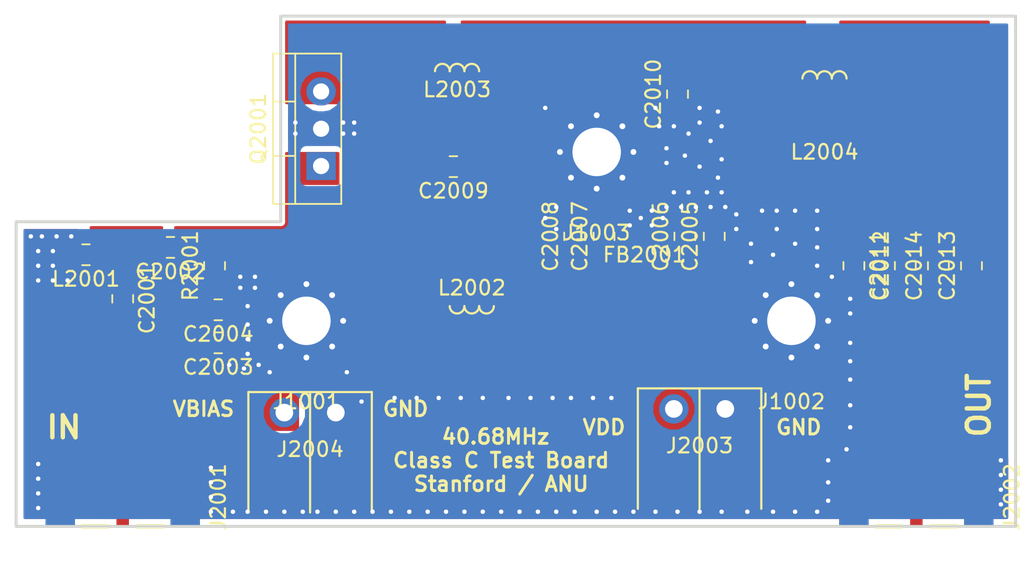
<source format=kicad_pcb>
(kicad_pcb (version 20171130) (host pcbnew "(5.0.1-3-g963ef8bb5)")

  (general
    (thickness 1.6)
    (drawings 13)
    (tracks 145)
    (zones 0)
    (modules 28)
    (nets 12)
  )

  (page A4)
  (layers
    (0 F.Cu signal)
    (31 B.Cu signal)
    (32 B.Adhes user)
    (33 F.Adhes user)
    (34 B.Paste user)
    (35 F.Paste user)
    (36 B.SilkS user)
    (37 F.SilkS user)
    (38 B.Mask user)
    (39 F.Mask user)
    (40 Dwgs.User user)
    (41 Cmts.User user)
    (42 Eco1.User user)
    (43 Eco2.User user)
    (44 Edge.Cuts user)
    (45 Margin user)
    (46 B.CrtYd user)
    (47 F.CrtYd user)
    (48 B.Fab user)
    (49 F.Fab user)
  )

  (setup
    (last_trace_width 0.24)
    (user_trace_width 0.16)
    (user_trace_width 0.24)
    (user_trace_width 0.32)
    (user_trace_width 0.48)
    (trace_clearance 0.16)
    (zone_clearance 0.4)
    (zone_45_only no)
    (trace_min 0.16)
    (segment_width 0.2)
    (edge_width 0.2)
    (via_size 0.6)
    (via_drill 0.3)
    (via_min_size 0.6)
    (via_min_drill 0.3)
    (user_via 0.6 0.3)
    (user_via 0.8 0.4)
    (uvia_size 0.3)
    (uvia_drill 0.1)
    (uvias_allowed no)
    (uvia_min_size 0.2)
    (uvia_min_drill 0.1)
    (pcb_text_width 0.3)
    (pcb_text_size 1.5 1.5)
    (mod_edge_width 0.15)
    (mod_text_size 1 1)
    (mod_text_width 0.15)
    (pad_size 1.524 1.524)
    (pad_drill 0.762)
    (pad_to_mask_clearance 0.051)
    (solder_mask_min_width 0.25)
    (aux_axis_origin 0 0)
    (visible_elements FFFFFF7F)
    (pcbplotparams
      (layerselection 0x010f0_ffffffff)
      (usegerberextensions false)
      (usegerberattributes false)
      (usegerberadvancedattributes false)
      (creategerberjobfile false)
      (excludeedgelayer true)
      (linewidth 0.100000)
      (plotframeref false)
      (viasonmask false)
      (mode 1)
      (useauxorigin false)
      (hpglpennumber 1)
      (hpglpenspeed 20)
      (hpglpendiameter 15.000000)
      (psnegative false)
      (psa4output false)
      (plotreference false)
      (plotvalue false)
      (plotinvisibletext false)
      (padsonsilk false)
      (subtractmaskfromsilk false)
      (outputformat 1)
      (mirror false)
      (drillshape 0)
      (scaleselection 1)
      (outputdirectory "../../gerbers/linear/"))
  )

  (net 0 "")
  (net 1 "Net-(C2001-Pad1)")
  (net 2 "Net-(C2001-Pad2)")
  (net 3 "Net-(C2002-Pad1)")
  (net 4 GND)
  (net 5 "Net-(C2007-Pad1)")
  (net 6 "Net-(C2009-Pad1)")
  (net 7 "Net-(C2009-Pad2)")
  (net 8 "Net-(C2011-Pad1)")
  (net 9 "Net-(C2012-Pad1)")
  (net 10 /Amp/VBIAS)
  (net 11 /Amp/VDD)

  (net_class Default "This is the default net class."
    (clearance 0.16)
    (trace_width 0.16)
    (via_dia 0.6)
    (via_drill 0.3)
    (uvia_dia 0.3)
    (uvia_drill 0.1)
    (add_net /Amp/VBIAS)
    (add_net /Amp/VDD)
    (add_net GND)
    (add_net "Net-(C2001-Pad1)")
    (add_net "Net-(C2001-Pad2)")
    (add_net "Net-(C2002-Pad1)")
    (add_net "Net-(C2007-Pad1)")
    (add_net "Net-(C2009-Pad1)")
    (add_net "Net-(C2009-Pad2)")
    (add_net "Net-(C2011-Pad1)")
    (add_net "Net-(C2012-Pad1)")
  )

  (module Capacitor_SMD:C_0805_2012Metric (layer F.Cu) (tedit 5B36C52B) (tstamp 5CED7271)
    (at 49.25 71.25 270)
    (descr "Capacitor SMD 0805 (2012 Metric), square (rectangular) end terminal, IPC_7351 nominal, (Body size source: https://docs.google.com/spreadsheets/d/1BsfQQcO9C6DZCsRaXUlFlo91Tg2WpOkGARC1WS5S8t0/edit?usp=sharing), generated with kicad-footprint-generator")
    (tags capacitor)
    (path /5CBE519A/5CBE51CD)
    (attr smd)
    (fp_text reference C2001 (at 0 -1.65 270) (layer F.SilkS)
      (effects (font (size 1 1) (thickness 0.15)))
    )
    (fp_text value 82p (at 0 1.65 270) (layer F.Fab)
      (effects (font (size 1 1) (thickness 0.15)))
    )
    (fp_line (start -1 0.6) (end -1 -0.6) (layer F.Fab) (width 0.1))
    (fp_line (start -1 -0.6) (end 1 -0.6) (layer F.Fab) (width 0.1))
    (fp_line (start 1 -0.6) (end 1 0.6) (layer F.Fab) (width 0.1))
    (fp_line (start 1 0.6) (end -1 0.6) (layer F.Fab) (width 0.1))
    (fp_line (start -0.258578 -0.71) (end 0.258578 -0.71) (layer F.SilkS) (width 0.12))
    (fp_line (start -0.258578 0.71) (end 0.258578 0.71) (layer F.SilkS) (width 0.12))
    (fp_line (start -1.68 0.95) (end -1.68 -0.95) (layer F.CrtYd) (width 0.05))
    (fp_line (start -1.68 -0.95) (end 1.68 -0.95) (layer F.CrtYd) (width 0.05))
    (fp_line (start 1.68 -0.95) (end 1.68 0.95) (layer F.CrtYd) (width 0.05))
    (fp_line (start 1.68 0.95) (end -1.68 0.95) (layer F.CrtYd) (width 0.05))
    (fp_text user %R (at 0 0 270) (layer F.Fab)
      (effects (font (size 0.5 0.5) (thickness 0.08)))
    )
    (pad 1 smd roundrect (at -0.9375 0 270) (size 0.975 1.4) (layers F.Cu F.Paste F.Mask) (roundrect_rratio 0.25)
      (net 1 "Net-(C2001-Pad1)"))
    (pad 2 smd roundrect (at 0.9375 0 270) (size 0.975 1.4) (layers F.Cu F.Paste F.Mask) (roundrect_rratio 0.25)
      (net 2 "Net-(C2001-Pad2)"))
    (model ${KISYS3DMOD}/Capacitor_SMD.3dshapes/C_0805_2012Metric.wrl
      (at (xyz 0 0 0))
      (scale (xyz 1 1 1))
      (rotate (xyz 0 0 0))
    )
  )

  (module Capacitor_SMD:C_0805_2012Metric (layer F.Cu) (tedit 5B36C52B) (tstamp 5CED7282)
    (at 52.5 67.75 180)
    (descr "Capacitor SMD 0805 (2012 Metric), square (rectangular) end terminal, IPC_7351 nominal, (Body size source: https://docs.google.com/spreadsheets/d/1BsfQQcO9C6DZCsRaXUlFlo91Tg2WpOkGARC1WS5S8t0/edit?usp=sharing), generated with kicad-footprint-generator")
    (tags capacitor)
    (path /5CBE519A/5CBE5251)
    (attr smd)
    (fp_text reference C2002 (at 0 -1.65 180) (layer F.SilkS)
      (effects (font (size 1 1) (thickness 0.15)))
    )
    (fp_text value 200p (at 0 1.65 180) (layer F.Fab)
      (effects (font (size 1 1) (thickness 0.15)))
    )
    (fp_text user %R (at 0 0 180) (layer F.Fab)
      (effects (font (size 0.5 0.5) (thickness 0.08)))
    )
    (fp_line (start 1.68 0.95) (end -1.68 0.95) (layer F.CrtYd) (width 0.05))
    (fp_line (start 1.68 -0.95) (end 1.68 0.95) (layer F.CrtYd) (width 0.05))
    (fp_line (start -1.68 -0.95) (end 1.68 -0.95) (layer F.CrtYd) (width 0.05))
    (fp_line (start -1.68 0.95) (end -1.68 -0.95) (layer F.CrtYd) (width 0.05))
    (fp_line (start -0.258578 0.71) (end 0.258578 0.71) (layer F.SilkS) (width 0.12))
    (fp_line (start -0.258578 -0.71) (end 0.258578 -0.71) (layer F.SilkS) (width 0.12))
    (fp_line (start 1 0.6) (end -1 0.6) (layer F.Fab) (width 0.1))
    (fp_line (start 1 -0.6) (end 1 0.6) (layer F.Fab) (width 0.1))
    (fp_line (start -1 -0.6) (end 1 -0.6) (layer F.Fab) (width 0.1))
    (fp_line (start -1 0.6) (end -1 -0.6) (layer F.Fab) (width 0.1))
    (pad 2 smd roundrect (at 0.9375 0 180) (size 0.975 1.4) (layers F.Cu F.Paste F.Mask) (roundrect_rratio 0.25)
      (net 1 "Net-(C2001-Pad1)"))
    (pad 1 smd roundrect (at -0.9375 0 180) (size 0.975 1.4) (layers F.Cu F.Paste F.Mask) (roundrect_rratio 0.25)
      (net 3 "Net-(C2002-Pad1)"))
    (model ${KISYS3DMOD}/Capacitor_SMD.3dshapes/C_0805_2012Metric.wrl
      (at (xyz 0 0 0))
      (scale (xyz 1 1 1))
      (rotate (xyz 0 0 0))
    )
  )

  (module Capacitor_SMD:C_0805_2012Metric (layer F.Cu) (tedit 5B36C52B) (tstamp 5CED7293)
    (at 55.75 74.25 180)
    (descr "Capacitor SMD 0805 (2012 Metric), square (rectangular) end terminal, IPC_7351 nominal, (Body size source: https://docs.google.com/spreadsheets/d/1BsfQQcO9C6DZCsRaXUlFlo91Tg2WpOkGARC1WS5S8t0/edit?usp=sharing), generated with kicad-footprint-generator")
    (tags capacitor)
    (path /5CBE519A/5CBE53D8)
    (attr smd)
    (fp_text reference C2003 (at 0 -1.65 180) (layer F.SilkS)
      (effects (font (size 1 1) (thickness 0.15)))
    )
    (fp_text value 1u (at 0 1.65 180) (layer F.Fab)
      (effects (font (size 1 1) (thickness 0.15)))
    )
    (fp_text user %R (at 0 0 180) (layer F.Fab)
      (effects (font (size 0.5 0.5) (thickness 0.08)))
    )
    (fp_line (start 1.68 0.95) (end -1.68 0.95) (layer F.CrtYd) (width 0.05))
    (fp_line (start 1.68 -0.95) (end 1.68 0.95) (layer F.CrtYd) (width 0.05))
    (fp_line (start -1.68 -0.95) (end 1.68 -0.95) (layer F.CrtYd) (width 0.05))
    (fp_line (start -1.68 0.95) (end -1.68 -0.95) (layer F.CrtYd) (width 0.05))
    (fp_line (start -0.258578 0.71) (end 0.258578 0.71) (layer F.SilkS) (width 0.12))
    (fp_line (start -0.258578 -0.71) (end 0.258578 -0.71) (layer F.SilkS) (width 0.12))
    (fp_line (start 1 0.6) (end -1 0.6) (layer F.Fab) (width 0.1))
    (fp_line (start 1 -0.6) (end 1 0.6) (layer F.Fab) (width 0.1))
    (fp_line (start -1 -0.6) (end 1 -0.6) (layer F.Fab) (width 0.1))
    (fp_line (start -1 0.6) (end -1 -0.6) (layer F.Fab) (width 0.1))
    (pad 2 smd roundrect (at 0.9375 0 180) (size 0.975 1.4) (layers F.Cu F.Paste F.Mask) (roundrect_rratio 0.25)
      (net 10 /Amp/VBIAS))
    (pad 1 smd roundrect (at -0.9375 0 180) (size 0.975 1.4) (layers F.Cu F.Paste F.Mask) (roundrect_rratio 0.25)
      (net 4 GND))
    (model ${KISYS3DMOD}/Capacitor_SMD.3dshapes/C_0805_2012Metric.wrl
      (at (xyz 0 0 0))
      (scale (xyz 1 1 1))
      (rotate (xyz 0 0 0))
    )
  )

  (module Capacitor_SMD:C_0805_2012Metric (layer F.Cu) (tedit 5B36C52B) (tstamp 5CED72A4)
    (at 55.75 72 180)
    (descr "Capacitor SMD 0805 (2012 Metric), square (rectangular) end terminal, IPC_7351 nominal, (Body size source: https://docs.google.com/spreadsheets/d/1BsfQQcO9C6DZCsRaXUlFlo91Tg2WpOkGARC1WS5S8t0/edit?usp=sharing), generated with kicad-footprint-generator")
    (tags capacitor)
    (path /5CBE519A/5CBE52B9)
    (attr smd)
    (fp_text reference C2004 (at 0 -1.65 180) (layer F.SilkS)
      (effects (font (size 1 1) (thickness 0.15)))
    )
    (fp_text value 10n (at 0 1.65 180) (layer F.Fab)
      (effects (font (size 1 1) (thickness 0.15)))
    )
    (fp_line (start -1 0.6) (end -1 -0.6) (layer F.Fab) (width 0.1))
    (fp_line (start -1 -0.6) (end 1 -0.6) (layer F.Fab) (width 0.1))
    (fp_line (start 1 -0.6) (end 1 0.6) (layer F.Fab) (width 0.1))
    (fp_line (start 1 0.6) (end -1 0.6) (layer F.Fab) (width 0.1))
    (fp_line (start -0.258578 -0.71) (end 0.258578 -0.71) (layer F.SilkS) (width 0.12))
    (fp_line (start -0.258578 0.71) (end 0.258578 0.71) (layer F.SilkS) (width 0.12))
    (fp_line (start -1.68 0.95) (end -1.68 -0.95) (layer F.CrtYd) (width 0.05))
    (fp_line (start -1.68 -0.95) (end 1.68 -0.95) (layer F.CrtYd) (width 0.05))
    (fp_line (start 1.68 -0.95) (end 1.68 0.95) (layer F.CrtYd) (width 0.05))
    (fp_line (start 1.68 0.95) (end -1.68 0.95) (layer F.CrtYd) (width 0.05))
    (fp_text user %R (at 0 0 180) (layer F.Fab)
      (effects (font (size 0.5 0.5) (thickness 0.08)))
    )
    (pad 1 smd roundrect (at -0.9375 0 180) (size 0.975 1.4) (layers F.Cu F.Paste F.Mask) (roundrect_rratio 0.25)
      (net 4 GND))
    (pad 2 smd roundrect (at 0.9375 0 180) (size 0.975 1.4) (layers F.Cu F.Paste F.Mask) (roundrect_rratio 0.25)
      (net 10 /Amp/VBIAS))
    (model ${KISYS3DMOD}/Capacitor_SMD.3dshapes/C_0805_2012Metric.wrl
      (at (xyz 0 0 0))
      (scale (xyz 1 1 1))
      (rotate (xyz 0 0 0))
    )
  )

  (module Capacitor_SMD:C_0805_2012Metric (layer F.Cu) (tedit 5B36C52B) (tstamp 5CED72B5)
    (at 89.5 67 90)
    (descr "Capacitor SMD 0805 (2012 Metric), square (rectangular) end terminal, IPC_7351 nominal, (Body size source: https://docs.google.com/spreadsheets/d/1BsfQQcO9C6DZCsRaXUlFlo91Tg2WpOkGARC1WS5S8t0/edit?usp=sharing), generated with kicad-footprint-generator")
    (tags capacitor)
    (path /5CBE519A/5CBE9B07)
    (attr smd)
    (fp_text reference C2005 (at 0 -1.65 90) (layer F.SilkS)
      (effects (font (size 1 1) (thickness 0.15)))
    )
    (fp_text value 1u (at 0 1.65 90) (layer F.Fab)
      (effects (font (size 1 1) (thickness 0.15)))
    )
    (fp_text user %R (at 0 0 90) (layer F.Fab)
      (effects (font (size 0.5 0.5) (thickness 0.08)))
    )
    (fp_line (start 1.68 0.95) (end -1.68 0.95) (layer F.CrtYd) (width 0.05))
    (fp_line (start 1.68 -0.95) (end 1.68 0.95) (layer F.CrtYd) (width 0.05))
    (fp_line (start -1.68 -0.95) (end 1.68 -0.95) (layer F.CrtYd) (width 0.05))
    (fp_line (start -1.68 0.95) (end -1.68 -0.95) (layer F.CrtYd) (width 0.05))
    (fp_line (start -0.258578 0.71) (end 0.258578 0.71) (layer F.SilkS) (width 0.12))
    (fp_line (start -0.258578 -0.71) (end 0.258578 -0.71) (layer F.SilkS) (width 0.12))
    (fp_line (start 1 0.6) (end -1 0.6) (layer F.Fab) (width 0.1))
    (fp_line (start 1 -0.6) (end 1 0.6) (layer F.Fab) (width 0.1))
    (fp_line (start -1 -0.6) (end 1 -0.6) (layer F.Fab) (width 0.1))
    (fp_line (start -1 0.6) (end -1 -0.6) (layer F.Fab) (width 0.1))
    (pad 2 smd roundrect (at 0.9375 0 90) (size 0.975 1.4) (layers F.Cu F.Paste F.Mask) (roundrect_rratio 0.25)
      (net 4 GND))
    (pad 1 smd roundrect (at -0.9375 0 90) (size 0.975 1.4) (layers F.Cu F.Paste F.Mask) (roundrect_rratio 0.25)
      (net 11 /Amp/VDD))
    (model ${KISYS3DMOD}/Capacitor_SMD.3dshapes/C_0805_2012Metric.wrl
      (at (xyz 0 0 0))
      (scale (xyz 1 1 1))
      (rotate (xyz 0 0 0))
    )
  )

  (module Capacitor_SMD:C_0805_2012Metric (layer F.Cu) (tedit 5B36C52B) (tstamp 5CED72C6)
    (at 87.5 67 90)
    (descr "Capacitor SMD 0805 (2012 Metric), square (rectangular) end terminal, IPC_7351 nominal, (Body size source: https://docs.google.com/spreadsheets/d/1BsfQQcO9C6DZCsRaXUlFlo91Tg2WpOkGARC1WS5S8t0/edit?usp=sharing), generated with kicad-footprint-generator")
    (tags capacitor)
    (path /5CBE519A/5CBE96D8)
    (attr smd)
    (fp_text reference C2006 (at 0 -1.65 90) (layer F.SilkS)
      (effects (font (size 1 1) (thickness 0.15)))
    )
    (fp_text value 10n (at 0 1.65 90) (layer F.Fab)
      (effects (font (size 1 1) (thickness 0.15)))
    )
    (fp_line (start -1 0.6) (end -1 -0.6) (layer F.Fab) (width 0.1))
    (fp_line (start -1 -0.6) (end 1 -0.6) (layer F.Fab) (width 0.1))
    (fp_line (start 1 -0.6) (end 1 0.6) (layer F.Fab) (width 0.1))
    (fp_line (start 1 0.6) (end -1 0.6) (layer F.Fab) (width 0.1))
    (fp_line (start -0.258578 -0.71) (end 0.258578 -0.71) (layer F.SilkS) (width 0.12))
    (fp_line (start -0.258578 0.71) (end 0.258578 0.71) (layer F.SilkS) (width 0.12))
    (fp_line (start -1.68 0.95) (end -1.68 -0.95) (layer F.CrtYd) (width 0.05))
    (fp_line (start -1.68 -0.95) (end 1.68 -0.95) (layer F.CrtYd) (width 0.05))
    (fp_line (start 1.68 -0.95) (end 1.68 0.95) (layer F.CrtYd) (width 0.05))
    (fp_line (start 1.68 0.95) (end -1.68 0.95) (layer F.CrtYd) (width 0.05))
    (fp_text user %R (at 0 0 90) (layer F.Fab)
      (effects (font (size 0.5 0.5) (thickness 0.08)))
    )
    (pad 1 smd roundrect (at -0.9375 0 90) (size 0.975 1.4) (layers F.Cu F.Paste F.Mask) (roundrect_rratio 0.25)
      (net 11 /Amp/VDD))
    (pad 2 smd roundrect (at 0.9375 0 90) (size 0.975 1.4) (layers F.Cu F.Paste F.Mask) (roundrect_rratio 0.25)
      (net 4 GND))
    (model ${KISYS3DMOD}/Capacitor_SMD.3dshapes/C_0805_2012Metric.wrl
      (at (xyz 0 0 0))
      (scale (xyz 1 1 1))
      (rotate (xyz 0 0 0))
    )
  )

  (module Capacitor_SMD:C_0805_2012Metric (layer F.Cu) (tedit 5B36C52B) (tstamp 5CED72D7)
    (at 82 67 90)
    (descr "Capacitor SMD 0805 (2012 Metric), square (rectangular) end terminal, IPC_7351 nominal, (Body size source: https://docs.google.com/spreadsheets/d/1BsfQQcO9C6DZCsRaXUlFlo91Tg2WpOkGARC1WS5S8t0/edit?usp=sharing), generated with kicad-footprint-generator")
    (tags capacitor)
    (path /5CBE519A/5CBE90D9)
    (attr smd)
    (fp_text reference C2007 (at 0 -1.65 90) (layer F.SilkS)
      (effects (font (size 1 1) (thickness 0.15)))
    )
    (fp_text value 1n (at 0 1.65 90) (layer F.Fab)
      (effects (font (size 1 1) (thickness 0.15)))
    )
    (fp_text user %R (at 0 0 90) (layer F.Fab)
      (effects (font (size 0.5 0.5) (thickness 0.08)))
    )
    (fp_line (start 1.68 0.95) (end -1.68 0.95) (layer F.CrtYd) (width 0.05))
    (fp_line (start 1.68 -0.95) (end 1.68 0.95) (layer F.CrtYd) (width 0.05))
    (fp_line (start -1.68 -0.95) (end 1.68 -0.95) (layer F.CrtYd) (width 0.05))
    (fp_line (start -1.68 0.95) (end -1.68 -0.95) (layer F.CrtYd) (width 0.05))
    (fp_line (start -0.258578 0.71) (end 0.258578 0.71) (layer F.SilkS) (width 0.12))
    (fp_line (start -0.258578 -0.71) (end 0.258578 -0.71) (layer F.SilkS) (width 0.12))
    (fp_line (start 1 0.6) (end -1 0.6) (layer F.Fab) (width 0.1))
    (fp_line (start 1 -0.6) (end 1 0.6) (layer F.Fab) (width 0.1))
    (fp_line (start -1 -0.6) (end 1 -0.6) (layer F.Fab) (width 0.1))
    (fp_line (start -1 0.6) (end -1 -0.6) (layer F.Fab) (width 0.1))
    (pad 2 smd roundrect (at 0.9375 0 90) (size 0.975 1.4) (layers F.Cu F.Paste F.Mask) (roundrect_rratio 0.25)
      (net 4 GND))
    (pad 1 smd roundrect (at -0.9375 0 90) (size 0.975 1.4) (layers F.Cu F.Paste F.Mask) (roundrect_rratio 0.25)
      (net 5 "Net-(C2007-Pad1)"))
    (model ${KISYS3DMOD}/Capacitor_SMD.3dshapes/C_0805_2012Metric.wrl
      (at (xyz 0 0 0))
      (scale (xyz 1 1 1))
      (rotate (xyz 0 0 0))
    )
  )

  (module Capacitor_SMD:C_0805_2012Metric (layer F.Cu) (tedit 5B36C52B) (tstamp 5CED72E8)
    (at 80 67 90)
    (descr "Capacitor SMD 0805 (2012 Metric), square (rectangular) end terminal, IPC_7351 nominal, (Body size source: https://docs.google.com/spreadsheets/d/1BsfQQcO9C6DZCsRaXUlFlo91Tg2WpOkGARC1WS5S8t0/edit?usp=sharing), generated with kicad-footprint-generator")
    (tags capacitor)
    (path /5CBE519A/5CBE8E6F)
    (attr smd)
    (fp_text reference C2008 (at 0 -1.65 90) (layer F.SilkS)
      (effects (font (size 1 1) (thickness 0.15)))
    )
    (fp_text value 1n (at 0 1.65 90) (layer F.Fab)
      (effects (font (size 1 1) (thickness 0.15)))
    )
    (fp_line (start -1 0.6) (end -1 -0.6) (layer F.Fab) (width 0.1))
    (fp_line (start -1 -0.6) (end 1 -0.6) (layer F.Fab) (width 0.1))
    (fp_line (start 1 -0.6) (end 1 0.6) (layer F.Fab) (width 0.1))
    (fp_line (start 1 0.6) (end -1 0.6) (layer F.Fab) (width 0.1))
    (fp_line (start -0.258578 -0.71) (end 0.258578 -0.71) (layer F.SilkS) (width 0.12))
    (fp_line (start -0.258578 0.71) (end 0.258578 0.71) (layer F.SilkS) (width 0.12))
    (fp_line (start -1.68 0.95) (end -1.68 -0.95) (layer F.CrtYd) (width 0.05))
    (fp_line (start -1.68 -0.95) (end 1.68 -0.95) (layer F.CrtYd) (width 0.05))
    (fp_line (start 1.68 -0.95) (end 1.68 0.95) (layer F.CrtYd) (width 0.05))
    (fp_line (start 1.68 0.95) (end -1.68 0.95) (layer F.CrtYd) (width 0.05))
    (fp_text user %R (at 0 0 90) (layer F.Fab)
      (effects (font (size 0.5 0.5) (thickness 0.08)))
    )
    (pad 1 smd roundrect (at -0.9375 0 90) (size 0.975 1.4) (layers F.Cu F.Paste F.Mask) (roundrect_rratio 0.25)
      (net 5 "Net-(C2007-Pad1)"))
    (pad 2 smd roundrect (at 0.9375 0 90) (size 0.975 1.4) (layers F.Cu F.Paste F.Mask) (roundrect_rratio 0.25)
      (net 4 GND))
    (model ${KISYS3DMOD}/Capacitor_SMD.3dshapes/C_0805_2012Metric.wrl
      (at (xyz 0 0 0))
      (scale (xyz 1 1 1))
      (rotate (xyz 0 0 0))
    )
  )

  (module Capacitor_SMD:C_0805_2012Metric (layer F.Cu) (tedit 5B36C52B) (tstamp 5CED823D)
    (at 71.75 62.25 180)
    (descr "Capacitor SMD 0805 (2012 Metric), square (rectangular) end terminal, IPC_7351 nominal, (Body size source: https://docs.google.com/spreadsheets/d/1BsfQQcO9C6DZCsRaXUlFlo91Tg2WpOkGARC1WS5S8t0/edit?usp=sharing), generated with kicad-footprint-generator")
    (tags capacitor)
    (path /5CBE519A/5CBE6183)
    (attr smd)
    (fp_text reference C2009 (at 0 -1.65 180) (layer F.SilkS)
      (effects (font (size 1 1) (thickness 0.15)))
    )
    (fp_text value 33p (at 0 1.65 180) (layer F.Fab)
      (effects (font (size 1 1) (thickness 0.15)))
    )
    (fp_line (start -1 0.6) (end -1 -0.6) (layer F.Fab) (width 0.1))
    (fp_line (start -1 -0.6) (end 1 -0.6) (layer F.Fab) (width 0.1))
    (fp_line (start 1 -0.6) (end 1 0.6) (layer F.Fab) (width 0.1))
    (fp_line (start 1 0.6) (end -1 0.6) (layer F.Fab) (width 0.1))
    (fp_line (start -0.258578 -0.71) (end 0.258578 -0.71) (layer F.SilkS) (width 0.12))
    (fp_line (start -0.258578 0.71) (end 0.258578 0.71) (layer F.SilkS) (width 0.12))
    (fp_line (start -1.68 0.95) (end -1.68 -0.95) (layer F.CrtYd) (width 0.05))
    (fp_line (start -1.68 -0.95) (end 1.68 -0.95) (layer F.CrtYd) (width 0.05))
    (fp_line (start 1.68 -0.95) (end 1.68 0.95) (layer F.CrtYd) (width 0.05))
    (fp_line (start 1.68 0.95) (end -1.68 0.95) (layer F.CrtYd) (width 0.05))
    (fp_text user %R (at 0 0 180) (layer F.Fab)
      (effects (font (size 0.5 0.5) (thickness 0.08)))
    )
    (pad 1 smd roundrect (at -0.9375 0 180) (size 0.975 1.4) (layers F.Cu F.Paste F.Mask) (roundrect_rratio 0.25)
      (net 6 "Net-(C2009-Pad1)"))
    (pad 2 smd roundrect (at 0.9375 0 180) (size 0.975 1.4) (layers F.Cu F.Paste F.Mask) (roundrect_rratio 0.25)
      (net 7 "Net-(C2009-Pad2)"))
    (model ${KISYS3DMOD}/Capacitor_SMD.3dshapes/C_0805_2012Metric.wrl
      (at (xyz 0 0 0))
      (scale (xyz 1 1 1))
      (rotate (xyz 0 0 0))
    )
  )

  (module Capacitor_SMD:C_0805_2012Metric (layer F.Cu) (tedit 5B36C52B) (tstamp 5CED730A)
    (at 87 57.3125 90)
    (descr "Capacitor SMD 0805 (2012 Metric), square (rectangular) end terminal, IPC_7351 nominal, (Body size source: https://docs.google.com/spreadsheets/d/1BsfQQcO9C6DZCsRaXUlFlo91Tg2WpOkGARC1WS5S8t0/edit?usp=sharing), generated with kicad-footprint-generator")
    (tags capacitor)
    (path /5CBE519A/5CBE62ED)
    (attr smd)
    (fp_text reference C2010 (at 0 -1.65 90) (layer F.SilkS)
      (effects (font (size 1 1) (thickness 0.15)))
    )
    (fp_text value 200p (at 0 1.65 90) (layer F.Fab)
      (effects (font (size 1 1) (thickness 0.15)))
    )
    (fp_text user %R (at 0 0 90) (layer F.Fab)
      (effects (font (size 0.5 0.5) (thickness 0.08)))
    )
    (fp_line (start 1.68 0.95) (end -1.68 0.95) (layer F.CrtYd) (width 0.05))
    (fp_line (start 1.68 -0.95) (end 1.68 0.95) (layer F.CrtYd) (width 0.05))
    (fp_line (start -1.68 -0.95) (end 1.68 -0.95) (layer F.CrtYd) (width 0.05))
    (fp_line (start -1.68 0.95) (end -1.68 -0.95) (layer F.CrtYd) (width 0.05))
    (fp_line (start -0.258578 0.71) (end 0.258578 0.71) (layer F.SilkS) (width 0.12))
    (fp_line (start -0.258578 -0.71) (end 0.258578 -0.71) (layer F.SilkS) (width 0.12))
    (fp_line (start 1 0.6) (end -1 0.6) (layer F.Fab) (width 0.1))
    (fp_line (start 1 -0.6) (end 1 0.6) (layer F.Fab) (width 0.1))
    (fp_line (start -1 -0.6) (end 1 -0.6) (layer F.Fab) (width 0.1))
    (fp_line (start -1 0.6) (end -1 -0.6) (layer F.Fab) (width 0.1))
    (pad 2 smd roundrect (at 0.9375 0 90) (size 0.975 1.4) (layers F.Cu F.Paste F.Mask) (roundrect_rratio 0.25)
      (net 6 "Net-(C2009-Pad1)"))
    (pad 1 smd roundrect (at -0.9375 0 90) (size 0.975 1.4) (layers F.Cu F.Paste F.Mask) (roundrect_rratio 0.25)
      (net 4 GND))
    (model ${KISYS3DMOD}/Capacitor_SMD.3dshapes/C_0805_2012Metric.wrl
      (at (xyz 0 0 0))
      (scale (xyz 1 1 1))
      (rotate (xyz 0 0 0))
    )
  )

  (module Capacitor_SMD:C_0805_2012Metric (layer F.Cu) (tedit 5B36C52B) (tstamp 5D12581F)
    (at 99 69 270)
    (descr "Capacitor SMD 0805 (2012 Metric), square (rectangular) end terminal, IPC_7351 nominal, (Body size source: https://docs.google.com/spreadsheets/d/1BsfQQcO9C6DZCsRaXUlFlo91Tg2WpOkGARC1WS5S8t0/edit?usp=sharing), generated with kicad-footprint-generator")
    (tags capacitor)
    (path /5CBE519A/5CBE63D3)
    (attr smd)
    (fp_text reference C2011 (at 0 -1.65 270) (layer F.SilkS)
      (effects (font (size 1 1) (thickness 0.15)))
    )
    (fp_text value 82p (at 0 1.65 270) (layer F.Fab)
      (effects (font (size 1 1) (thickness 0.15)))
    )
    (fp_line (start -1 0.6) (end -1 -0.6) (layer F.Fab) (width 0.1))
    (fp_line (start -1 -0.6) (end 1 -0.6) (layer F.Fab) (width 0.1))
    (fp_line (start 1 -0.6) (end 1 0.6) (layer F.Fab) (width 0.1))
    (fp_line (start 1 0.6) (end -1 0.6) (layer F.Fab) (width 0.1))
    (fp_line (start -0.258578 -0.71) (end 0.258578 -0.71) (layer F.SilkS) (width 0.12))
    (fp_line (start -0.258578 0.71) (end 0.258578 0.71) (layer F.SilkS) (width 0.12))
    (fp_line (start -1.68 0.95) (end -1.68 -0.95) (layer F.CrtYd) (width 0.05))
    (fp_line (start -1.68 -0.95) (end 1.68 -0.95) (layer F.CrtYd) (width 0.05))
    (fp_line (start 1.68 -0.95) (end 1.68 0.95) (layer F.CrtYd) (width 0.05))
    (fp_line (start 1.68 0.95) (end -1.68 0.95) (layer F.CrtYd) (width 0.05))
    (fp_text user %R (at 0 0 270) (layer F.Fab)
      (effects (font (size 0.5 0.5) (thickness 0.08)))
    )
    (pad 1 smd roundrect (at -0.9375 0 270) (size 0.975 1.4) (layers F.Cu F.Paste F.Mask) (roundrect_rratio 0.25)
      (net 8 "Net-(C2011-Pad1)"))
    (pad 2 smd roundrect (at 0.9375 0 270) (size 0.975 1.4) (layers F.Cu F.Paste F.Mask) (roundrect_rratio 0.25)
      (net 4 GND))
    (model ${KISYS3DMOD}/Capacitor_SMD.3dshapes/C_0805_2012Metric.wrl
      (at (xyz 0 0 0))
      (scale (xyz 1 1 1))
      (rotate (xyz 0 0 0))
    )
  )

  (module Capacitor_SMD:C_0805_2012Metric (layer F.Cu) (tedit 5B36C52B) (tstamp 5CED732C)
    (at 102.5 69 90)
    (descr "Capacitor SMD 0805 (2012 Metric), square (rectangular) end terminal, IPC_7351 nominal, (Body size source: https://docs.google.com/spreadsheets/d/1BsfQQcO9C6DZCsRaXUlFlo91Tg2WpOkGARC1WS5S8t0/edit?usp=sharing), generated with kicad-footprint-generator")
    (tags capacitor)
    (path /5CBE519A/5CBE6732)
    (attr smd)
    (fp_text reference C2012 (at 0 -1.65 90) (layer F.SilkS)
      (effects (font (size 1 1) (thickness 0.15)))
    )
    (fp_text value 1n (at 0 1.65 90) (layer F.Fab)
      (effects (font (size 1 1) (thickness 0.15)))
    )
    (fp_text user %R (at 0 0 90) (layer F.Fab)
      (effects (font (size 0.5 0.5) (thickness 0.08)))
    )
    (fp_line (start 1.68 0.95) (end -1.68 0.95) (layer F.CrtYd) (width 0.05))
    (fp_line (start 1.68 -0.95) (end 1.68 0.95) (layer F.CrtYd) (width 0.05))
    (fp_line (start -1.68 -0.95) (end 1.68 -0.95) (layer F.CrtYd) (width 0.05))
    (fp_line (start -1.68 0.95) (end -1.68 -0.95) (layer F.CrtYd) (width 0.05))
    (fp_line (start -0.258578 0.71) (end 0.258578 0.71) (layer F.SilkS) (width 0.12))
    (fp_line (start -0.258578 -0.71) (end 0.258578 -0.71) (layer F.SilkS) (width 0.12))
    (fp_line (start 1 0.6) (end -1 0.6) (layer F.Fab) (width 0.1))
    (fp_line (start 1 -0.6) (end 1 0.6) (layer F.Fab) (width 0.1))
    (fp_line (start -1 -0.6) (end 1 -0.6) (layer F.Fab) (width 0.1))
    (fp_line (start -1 0.6) (end -1 -0.6) (layer F.Fab) (width 0.1))
    (pad 2 smd roundrect (at 0.9375 0 90) (size 0.975 1.4) (layers F.Cu F.Paste F.Mask) (roundrect_rratio 0.25)
      (net 8 "Net-(C2011-Pad1)"))
    (pad 1 smd roundrect (at -0.9375 0 90) (size 0.975 1.4) (layers F.Cu F.Paste F.Mask) (roundrect_rratio 0.25)
      (net 9 "Net-(C2012-Pad1)"))
    (model ${KISYS3DMOD}/Capacitor_SMD.3dshapes/C_0805_2012Metric.wrl
      (at (xyz 0 0 0))
      (scale (xyz 1 1 1))
      (rotate (xyz 0 0 0))
    )
  )

  (module Capacitor_SMD:C_0805_2012Metric (layer F.Cu) (tedit 5B36C52B) (tstamp 5CED733D)
    (at 107 69 90)
    (descr "Capacitor SMD 0805 (2012 Metric), square (rectangular) end terminal, IPC_7351 nominal, (Body size source: https://docs.google.com/spreadsheets/d/1BsfQQcO9C6DZCsRaXUlFlo91Tg2WpOkGARC1WS5S8t0/edit?usp=sharing), generated with kicad-footprint-generator")
    (tags capacitor)
    (path /5CBE519A/5CBE65F8)
    (attr smd)
    (fp_text reference C2013 (at 0 -1.65 90) (layer F.SilkS)
      (effects (font (size 1 1) (thickness 0.15)))
    )
    (fp_text value 1n (at 0 1.65 90) (layer F.Fab)
      (effects (font (size 1 1) (thickness 0.15)))
    )
    (fp_line (start -1 0.6) (end -1 -0.6) (layer F.Fab) (width 0.1))
    (fp_line (start -1 -0.6) (end 1 -0.6) (layer F.Fab) (width 0.1))
    (fp_line (start 1 -0.6) (end 1 0.6) (layer F.Fab) (width 0.1))
    (fp_line (start 1 0.6) (end -1 0.6) (layer F.Fab) (width 0.1))
    (fp_line (start -0.258578 -0.71) (end 0.258578 -0.71) (layer F.SilkS) (width 0.12))
    (fp_line (start -0.258578 0.71) (end 0.258578 0.71) (layer F.SilkS) (width 0.12))
    (fp_line (start -1.68 0.95) (end -1.68 -0.95) (layer F.CrtYd) (width 0.05))
    (fp_line (start -1.68 -0.95) (end 1.68 -0.95) (layer F.CrtYd) (width 0.05))
    (fp_line (start 1.68 -0.95) (end 1.68 0.95) (layer F.CrtYd) (width 0.05))
    (fp_line (start 1.68 0.95) (end -1.68 0.95) (layer F.CrtYd) (width 0.05))
    (fp_text user %R (at 0 0 90) (layer F.Fab)
      (effects (font (size 0.5 0.5) (thickness 0.08)))
    )
    (pad 1 smd roundrect (at -0.9375 0 90) (size 0.975 1.4) (layers F.Cu F.Paste F.Mask) (roundrect_rratio 0.25)
      (net 9 "Net-(C2012-Pad1)"))
    (pad 2 smd roundrect (at 0.9375 0 90) (size 0.975 1.4) (layers F.Cu F.Paste F.Mask) (roundrect_rratio 0.25)
      (net 8 "Net-(C2011-Pad1)"))
    (model ${KISYS3DMOD}/Capacitor_SMD.3dshapes/C_0805_2012Metric.wrl
      (at (xyz 0 0 0))
      (scale (xyz 1 1 1))
      (rotate (xyz 0 0 0))
    )
  )

  (module Capacitor_SMD:C_0805_2012Metric (layer F.Cu) (tedit 5B36C52B) (tstamp 5CED734E)
    (at 104.75 69 90)
    (descr "Capacitor SMD 0805 (2012 Metric), square (rectangular) end terminal, IPC_7351 nominal, (Body size source: https://docs.google.com/spreadsheets/d/1BsfQQcO9C6DZCsRaXUlFlo91Tg2WpOkGARC1WS5S8t0/edit?usp=sharing), generated with kicad-footprint-generator")
    (tags capacitor)
    (path /5CBE519A/5CBE64AE)
    (attr smd)
    (fp_text reference C2014 (at 0 -1.65 90) (layer F.SilkS)
      (effects (font (size 1 1) (thickness 0.15)))
    )
    (fp_text value 1n (at 0 1.65 90) (layer F.Fab)
      (effects (font (size 1 1) (thickness 0.15)))
    )
    (fp_text user %R (at 0 0 90) (layer F.Fab)
      (effects (font (size 0.5 0.5) (thickness 0.08)))
    )
    (fp_line (start 1.68 0.95) (end -1.68 0.95) (layer F.CrtYd) (width 0.05))
    (fp_line (start 1.68 -0.95) (end 1.68 0.95) (layer F.CrtYd) (width 0.05))
    (fp_line (start -1.68 -0.95) (end 1.68 -0.95) (layer F.CrtYd) (width 0.05))
    (fp_line (start -1.68 0.95) (end -1.68 -0.95) (layer F.CrtYd) (width 0.05))
    (fp_line (start -0.258578 0.71) (end 0.258578 0.71) (layer F.SilkS) (width 0.12))
    (fp_line (start -0.258578 -0.71) (end 0.258578 -0.71) (layer F.SilkS) (width 0.12))
    (fp_line (start 1 0.6) (end -1 0.6) (layer F.Fab) (width 0.1))
    (fp_line (start 1 -0.6) (end 1 0.6) (layer F.Fab) (width 0.1))
    (fp_line (start -1 -0.6) (end 1 -0.6) (layer F.Fab) (width 0.1))
    (fp_line (start -1 0.6) (end -1 -0.6) (layer F.Fab) (width 0.1))
    (pad 2 smd roundrect (at 0.9375 0 90) (size 0.975 1.4) (layers F.Cu F.Paste F.Mask) (roundrect_rratio 0.25)
      (net 8 "Net-(C2011-Pad1)"))
    (pad 1 smd roundrect (at -0.9375 0 90) (size 0.975 1.4) (layers F.Cu F.Paste F.Mask) (roundrect_rratio 0.25)
      (net 9 "Net-(C2012-Pad1)"))
    (model ${KISYS3DMOD}/Capacitor_SMD.3dshapes/C_0805_2012Metric.wrl
      (at (xyz 0 0 0))
      (scale (xyz 1 1 1))
      (rotate (xyz 0 0 0))
    )
  )

  (module wbraun_smd:2743019447 (layer F.Cu) (tedit 5CC8AD01) (tstamp 5CED7358)
    (at 84.25 70.5 180)
    (path /5CBE519A/5CBE5D08)
    (fp_text reference FB2001 (at -0.5 2.25 180) (layer F.SilkS)
      (effects (font (size 1 1) (thickness 0.15)))
    )
    (fp_text value 2743019447 (at -0.25 -2 180) (layer F.Fab)
      (effects (font (size 1 1) (thickness 0.15)))
    )
    (fp_line (start -3.75 -1.25) (end -3.75 1.25) (layer F.CrtYd) (width 0.15))
    (fp_line (start -3.75 1.25) (end 3.75 1.25) (layer F.CrtYd) (width 0.15))
    (fp_line (start 3.75 1.25) (end 3.75 -1.25) (layer F.CrtYd) (width 0.15))
    (fp_line (start 3.75 -1.25) (end -3.75 -1.25) (layer F.CrtYd) (width 0.15))
    (pad 1 smd rect (at -2 0 180) (size 3 1.8) (layers F.Cu F.Paste F.Mask)
      (net 11 /Amp/VDD))
    (pad 2 smd rect (at 2 0 180) (size 3 1.8) (layers F.Cu F.Paste F.Mask)
      (net 5 "Net-(C2007-Pad1)"))
  )

  (module wbraun_smd:SMA-Edge (layer F.Cu) (tedit 58AA7E27) (tstamp 5CED7363)
    (at 49.25 84.5 90)
    (path /5CBE519A/5CC8D153)
    (fp_text reference J2001 (at -0.25 6.5 90) (layer F.SilkS)
      (effects (font (size 1 1) (thickness 0.15)))
    )
    (fp_text value Conn_Coaxial (at 0.5 -7.5 90) (layer F.Fab)
      (effects (font (size 1 1) (thickness 0.15)))
    )
    (fp_line (start -2.25 1) (end -2.25 2.75) (layer F.SilkS) (width 0.3))
    (fp_line (start -2.25 -2.75) (end -2.25 -1) (layer F.SilkS) (width 0.3))
    (pad 1 smd rect (at 0 0 270) (size 4.56 0.85) (layers F.Cu F.Mask)
      (net 2 "Net-(C2001-Pad2)"))
    (pad 2 smd rect (at 0 -4.25 270) (size 4.56 2) (layers F.Cu F.Mask)
      (net 4 GND))
    (pad 2 smd rect (at 0 4.25 270) (size 4.56 2) (layers F.Cu F.Mask)
      (net 4 GND))
    (pad 2 smd rect (at 0 -4.25 270) (size 4.56 2) (layers B.Cu B.Mask)
      (net 4 GND))
    (pad 2 smd rect (at 0 4.25 270) (size 4.56 2) (layers B.Cu B.Mask)
      (net 4 GND))
  )

  (module wbraun_smd:SMA-Edge (layer F.Cu) (tedit 58AA7E27) (tstamp 5CED736E)
    (at 103.25 84.5 90)
    (path /5CBE519A/5CC8D4E0)
    (fp_text reference J2002 (at -0.25 6.5 90) (layer F.SilkS)
      (effects (font (size 1 1) (thickness 0.15)))
    )
    (fp_text value Conn_Coaxial (at 0.5 -7.5 90) (layer F.Fab)
      (effects (font (size 1 1) (thickness 0.15)))
    )
    (fp_line (start -2.25 -2.75) (end -2.25 -1) (layer F.SilkS) (width 0.3))
    (fp_line (start -2.25 1) (end -2.25 2.75) (layer F.SilkS) (width 0.3))
    (pad 2 smd rect (at 0 4.25 270) (size 4.56 2) (layers B.Cu B.Mask)
      (net 4 GND))
    (pad 2 smd rect (at 0 -4.25 270) (size 4.56 2) (layers B.Cu B.Mask)
      (net 4 GND))
    (pad 2 smd rect (at 0 4.25 270) (size 4.56 2) (layers F.Cu F.Mask)
      (net 4 GND))
    (pad 2 smd rect (at 0 -4.25 270) (size 4.56 2) (layers F.Cu F.Mask)
      (net 4 GND))
    (pad 1 smd rect (at 0 0 270) (size 4.56 0.85) (layers F.Cu F.Mask)
      (net 9 "Net-(C2012-Pad1)"))
  )

  (module Inductor_SMD:L_0805_2012Metric (layer F.Cu) (tedit 5B36C52B) (tstamp 5CED737F)
    (at 46.75 68.25 180)
    (descr "Inductor SMD 0805 (2012 Metric), square (rectangular) end terminal, IPC_7351 nominal, (Body size source: https://docs.google.com/spreadsheets/d/1BsfQQcO9C6DZCsRaXUlFlo91Tg2WpOkGARC1WS5S8t0/edit?usp=sharing), generated with kicad-footprint-generator")
    (tags inductor)
    (path /5CBE519A/5CBE55CD)
    (attr smd)
    (fp_text reference L2001 (at 0 -1.65 180) (layer F.SilkS)
      (effects (font (size 1 1) (thickness 0.15)))
    )
    (fp_text value 150n (at 0 1.65 180) (layer F.Fab)
      (effects (font (size 1 1) (thickness 0.15)))
    )
    (fp_line (start -1 0.6) (end -1 -0.6) (layer F.Fab) (width 0.1))
    (fp_line (start -1 -0.6) (end 1 -0.6) (layer F.Fab) (width 0.1))
    (fp_line (start 1 -0.6) (end 1 0.6) (layer F.Fab) (width 0.1))
    (fp_line (start 1 0.6) (end -1 0.6) (layer F.Fab) (width 0.1))
    (fp_line (start -0.258578 -0.71) (end 0.258578 -0.71) (layer F.SilkS) (width 0.12))
    (fp_line (start -0.258578 0.71) (end 0.258578 0.71) (layer F.SilkS) (width 0.12))
    (fp_line (start -1.68 0.95) (end -1.68 -0.95) (layer F.CrtYd) (width 0.05))
    (fp_line (start -1.68 -0.95) (end 1.68 -0.95) (layer F.CrtYd) (width 0.05))
    (fp_line (start 1.68 -0.95) (end 1.68 0.95) (layer F.CrtYd) (width 0.05))
    (fp_line (start 1.68 0.95) (end -1.68 0.95) (layer F.CrtYd) (width 0.05))
    (fp_text user %R (at 0 0 180) (layer F.Fab)
      (effects (font (size 0.5 0.5) (thickness 0.08)))
    )
    (pad 1 smd roundrect (at -0.9375 0 180) (size 0.975 1.4) (layers F.Cu F.Paste F.Mask) (roundrect_rratio 0.25)
      (net 1 "Net-(C2001-Pad1)"))
    (pad 2 smd roundrect (at 0.9375 0 180) (size 0.975 1.4) (layers F.Cu F.Paste F.Mask) (roundrect_rratio 0.25)
      (net 4 GND))
    (model ${KISYS3DMOD}/Inductor_SMD.3dshapes/L_0805_2012Metric.wrl
      (at (xyz 0 0 0))
      (scale (xyz 1 1 1))
      (rotate (xyz 0 0 0))
    )
  )

  (module wbraun_smd:2222SQ-161 (layer F.Cu) (tedit 5CC8A702) (tstamp 5CED738C)
    (at 73 71.75 180)
    (path /5CBE519A/5CBE5937)
    (fp_text reference L2002 (at 0 1.25 180) (layer F.SilkS)
      (effects (font (size 1 1) (thickness 0.15)))
    )
    (fp_text value 160n (at 0.25 -4.5 180) (layer F.Fab)
      (effects (font (size 1 1) (thickness 0.15)))
    )
    (fp_line (start -4.75 -3.75) (end -4.75 3.75) (layer F.CrtYd) (width 0.15))
    (fp_line (start -4.75 3.75) (end 4.75 3.75) (layer F.CrtYd) (width 0.15))
    (fp_line (start 4.75 3.75) (end 4.75 -3.75) (layer F.CrtYd) (width 0.15))
    (fp_line (start 4.75 -3.75) (end -4.75 -3.75) (layer F.CrtYd) (width 0.15))
    (fp_arc (start 0 0) (end 0.5 0) (angle -180) (layer F.SilkS) (width 0.15))
    (fp_arc (start -1 0) (end -0.5 0) (angle -180) (layer F.SilkS) (width 0.15))
    (fp_arc (start 1 0) (end 1.5 0) (angle -180) (layer F.SilkS) (width 0.15))
    (pad 1 smd rect (at -3.3 0 180) (size 2.16 6.73) (layers F.Cu F.Paste F.Mask)
      (net 5 "Net-(C2007-Pad1)"))
    (pad 2 smd rect (at 3.3 0 180) (size 2.16 6.73) (layers F.Cu F.Paste F.Mask)
      (net 7 "Net-(C2009-Pad2)"))
  )

  (module wbraun_smd:GA3095-AL (layer F.Cu) (tedit 5CC8A878) (tstamp 5CED7399)
    (at 72 55.75)
    (path /5CBE519A/5CBE5A0A)
    (fp_text reference L2003 (at 0 1.25) (layer F.SilkS)
      (effects (font (size 1 1) (thickness 0.15)))
    )
    (fp_text value 17.5n (at 0 -4) (layer F.Fab)
      (effects (font (size 1 1) (thickness 0.15)))
    )
    (fp_line (start -4 -3.25) (end -4 3.25) (layer F.CrtYd) (width 0.15))
    (fp_line (start -4 3.25) (end 4 3.25) (layer F.CrtYd) (width 0.15))
    (fp_line (start 4 3.25) (end 4 -3.25) (layer F.CrtYd) (width 0.15))
    (fp_line (start 4 -3.25) (end -4 -3.25) (layer F.CrtYd) (width 0.15))
    (fp_arc (start 0 0) (end 0.5 0) (angle -180) (layer F.SilkS) (width 0.15))
    (fp_arc (start -1 0) (end -0.5 0) (angle -180) (layer F.SilkS) (width 0.15))
    (fp_arc (start 1 0) (end 1.5 0) (angle -180) (layer F.SilkS) (width 0.15))
    (pad 1 smd rect (at -2.9845 0) (size 1.524 5.84) (layers F.Cu F.Paste F.Mask)
      (net 7 "Net-(C2009-Pad2)"))
    (pad 2 smd rect (at 2.9845 0) (size 1.524 5.84) (layers F.Cu F.Paste F.Mask)
      (net 6 "Net-(C2009-Pad1)"))
  )

  (module wbraun_smd:2222SQ-111 (layer F.Cu) (tedit 5CC8A772) (tstamp 5CED73A6)
    (at 97 56.25)
    (path /5CBE519A/5CBE5AB5)
    (fp_text reference L2004 (at 0 5) (layer F.SilkS)
      (effects (font (size 1 1) (thickness 0.15)))
    )
    (fp_text value 110n (at 0.25 -4.5) (layer F.Fab)
      (effects (font (size 1 1) (thickness 0.15)))
    )
    (fp_arc (start 0 0) (end 0.5 0) (angle -180) (layer F.SilkS) (width 0.15))
    (fp_arc (start -1 0) (end -0.5 0) (angle -180) (layer F.SilkS) (width 0.15))
    (fp_arc (start 1 0) (end 1.5 0) (angle -180) (layer F.SilkS) (width 0.15))
    (fp_line (start -4.25 -3.75) (end -4.25 3.75) (layer F.CrtYd) (width 0.15))
    (fp_line (start -4.25 3.75) (end 4.25 3.75) (layer F.CrtYd) (width 0.15))
    (fp_line (start 4.25 3.75) (end 4.25 -3.75) (layer F.CrtYd) (width 0.15))
    (fp_line (start 4.25 -3.75) (end -4.25 -3.75) (layer F.CrtYd) (width 0.15))
    (pad 1 smd rect (at -2.92 0) (size 2.16 6.73) (layers F.Cu F.Paste F.Mask)
      (net 6 "Net-(C2009-Pad1)"))
    (pad 2 smd rect (at 2.92 0) (size 2.16 6.73) (layers F.Cu F.Paste F.Mask)
      (net 8 "Net-(C2011-Pad1)"))
  )

  (module Package_TO_SOT_THT:TO-220-3_Vertical (layer F.Cu) (tedit 5AC8BA0D) (tstamp 5CED73C0)
    (at 62.75 62.21 90)
    (descr "TO-220-3, Vertical, RM 2.54mm, see https://www.vishay.com/docs/66542/to-220-1.pdf")
    (tags "TO-220-3 Vertical RM 2.54mm")
    (path /5CBE519A/5CBE5820)
    (fp_text reference Q2001 (at 2.54 -4.27 90) (layer F.SilkS)
      (effects (font (size 1 1) (thickness 0.15)))
    )
    (fp_text value Q_NMOS_GSD (at 2.54 2.5 90) (layer F.Fab)
      (effects (font (size 1 1) (thickness 0.15)))
    )
    (fp_line (start -2.46 -3.15) (end -2.46 1.25) (layer F.Fab) (width 0.1))
    (fp_line (start -2.46 1.25) (end 7.54 1.25) (layer F.Fab) (width 0.1))
    (fp_line (start 7.54 1.25) (end 7.54 -3.15) (layer F.Fab) (width 0.1))
    (fp_line (start 7.54 -3.15) (end -2.46 -3.15) (layer F.Fab) (width 0.1))
    (fp_line (start -2.46 -1.88) (end 7.54 -1.88) (layer F.Fab) (width 0.1))
    (fp_line (start 0.69 -3.15) (end 0.69 -1.88) (layer F.Fab) (width 0.1))
    (fp_line (start 4.39 -3.15) (end 4.39 -1.88) (layer F.Fab) (width 0.1))
    (fp_line (start -2.58 -3.27) (end 7.66 -3.27) (layer F.SilkS) (width 0.12))
    (fp_line (start -2.58 1.371) (end 7.66 1.371) (layer F.SilkS) (width 0.12))
    (fp_line (start -2.58 -3.27) (end -2.58 1.371) (layer F.SilkS) (width 0.12))
    (fp_line (start 7.66 -3.27) (end 7.66 1.371) (layer F.SilkS) (width 0.12))
    (fp_line (start -2.58 -1.76) (end 7.66 -1.76) (layer F.SilkS) (width 0.12))
    (fp_line (start 0.69 -3.27) (end 0.69 -1.76) (layer F.SilkS) (width 0.12))
    (fp_line (start 4.391 -3.27) (end 4.391 -1.76) (layer F.SilkS) (width 0.12))
    (fp_line (start -2.71 -3.4) (end -2.71 1.51) (layer F.CrtYd) (width 0.05))
    (fp_line (start -2.71 1.51) (end 7.79 1.51) (layer F.CrtYd) (width 0.05))
    (fp_line (start 7.79 1.51) (end 7.79 -3.4) (layer F.CrtYd) (width 0.05))
    (fp_line (start 7.79 -3.4) (end -2.71 -3.4) (layer F.CrtYd) (width 0.05))
    (fp_text user %R (at 2.54 -4.27 90) (layer F.Fab)
      (effects (font (size 1 1) (thickness 0.15)))
    )
    (pad 1 thru_hole rect (at 0 0 90) (size 1.905 2) (drill 1.1) (layers *.Cu *.Mask)
      (net 3 "Net-(C2002-Pad1)"))
    (pad 2 thru_hole oval (at 2.54 0 90) (size 1.905 2) (drill 1.1) (layers *.Cu *.Mask)
      (net 4 GND))
    (pad 3 thru_hole oval (at 5.08 0 90) (size 1.905 2) (drill 1.1) (layers *.Cu *.Mask)
      (net 7 "Net-(C2009-Pad2)"))
    (model ${KISYS3DMOD}/Package_TO_SOT_THT.3dshapes/TO-220-3_Vertical.wrl
      (at (xyz 0 0 0))
      (scale (xyz 1 1 1))
      (rotate (xyz 0 0 0))
    )
  )

  (module Resistor_SMD:R_0805_2012Metric (layer F.Cu) (tedit 5B36C52B) (tstamp 5CED73D1)
    (at 55.5 69 90)
    (descr "Resistor SMD 0805 (2012 Metric), square (rectangular) end terminal, IPC_7351 nominal, (Body size source: https://docs.google.com/spreadsheets/d/1BsfQQcO9C6DZCsRaXUlFlo91Tg2WpOkGARC1WS5S8t0/edit?usp=sharing), generated with kicad-footprint-generator")
    (tags resistor)
    (path /5CBE519A/5CBE54C9)
    (attr smd)
    (fp_text reference R2001 (at 0 -1.65 90) (layer F.SilkS)
      (effects (font (size 1 1) (thickness 0.15)))
    )
    (fp_text value 75 (at 0 1.65 90) (layer F.Fab)
      (effects (font (size 1 1) (thickness 0.15)))
    )
    (fp_line (start -1 0.6) (end -1 -0.6) (layer F.Fab) (width 0.1))
    (fp_line (start -1 -0.6) (end 1 -0.6) (layer F.Fab) (width 0.1))
    (fp_line (start 1 -0.6) (end 1 0.6) (layer F.Fab) (width 0.1))
    (fp_line (start 1 0.6) (end -1 0.6) (layer F.Fab) (width 0.1))
    (fp_line (start -0.258578 -0.71) (end 0.258578 -0.71) (layer F.SilkS) (width 0.12))
    (fp_line (start -0.258578 0.71) (end 0.258578 0.71) (layer F.SilkS) (width 0.12))
    (fp_line (start -1.68 0.95) (end -1.68 -0.95) (layer F.CrtYd) (width 0.05))
    (fp_line (start -1.68 -0.95) (end 1.68 -0.95) (layer F.CrtYd) (width 0.05))
    (fp_line (start 1.68 -0.95) (end 1.68 0.95) (layer F.CrtYd) (width 0.05))
    (fp_line (start 1.68 0.95) (end -1.68 0.95) (layer F.CrtYd) (width 0.05))
    (fp_text user %R (at 0 0 90) (layer F.Fab)
      (effects (font (size 0.5 0.5) (thickness 0.08)))
    )
    (pad 1 smd roundrect (at -0.9375 0 90) (size 0.975 1.4) (layers F.Cu F.Paste F.Mask) (roundrect_rratio 0.25)
      (net 10 /Amp/VBIAS))
    (pad 2 smd roundrect (at 0.9375 0 90) (size 0.975 1.4) (layers F.Cu F.Paste F.Mask) (roundrect_rratio 0.25)
      (net 3 "Net-(C2002-Pad1)"))
    (model ${KISYS3DMOD}/Resistor_SMD.3dshapes/R_0805_2012Metric.wrl
      (at (xyz 0 0 0))
      (scale (xyz 1 1 1))
      (rotate (xyz 0 0 0))
    )
  )

  (module wbraun_smd:M3-tight-fit-socket-head (layer F.Cu) (tedit 5CC8CD2B) (tstamp 5CF9B1E6)
    (at 61.75 72.75)
    (tags "mounting hole")
    (path /5CC93C8D)
    (fp_text reference J1001 (at 0 5.5) (layer F.SilkS)
      (effects (font (size 1 1) (thickness 0.15)))
    )
    (fp_text value mounting-hole-grounded (at 0.5 -3.5) (layer F.Fab)
      (effects (font (size 1 1) (thickness 0.15)))
    )
    (fp_circle (center 0 0) (end 3.5 0) (layer F.CrtYd) (width 0.3))
    (fp_circle (center 0 0) (end 3.5 0) (layer B.CrtYd) (width 0.3))
    (pad 1 thru_hole circle (at 0 0) (size 6.4 6.4) (drill 3.3) (layers *.Cu *.Mask)
      (net 4 GND))
    (pad 1 thru_hole circle (at 2.5 0) (size 0.8 0.8) (drill 0.4) (layers *.Cu *.Mask)
      (net 4 GND))
    (pad 1 thru_hole circle (at 1.75 -1.75) (size 0.8 0.8) (drill 0.4) (layers *.Cu *.Mask)
      (net 4 GND))
    (pad 1 thru_hole circle (at 0 -2.5) (size 0.8 0.8) (drill 0.4) (layers *.Cu *.Mask)
      (net 4 GND))
    (pad 1 thru_hole circle (at -2.5 0) (size 0.8 0.8) (drill 0.4) (layers *.Cu *.Mask)
      (net 4 GND))
    (pad 1 thru_hole circle (at 0 2.5) (size 0.8 0.8) (drill 0.4) (layers *.Cu *.Mask)
      (net 4 GND))
    (pad 1 thru_hole circle (at -1.75 1.75) (size 0.8 0.8) (drill 0.4) (layers *.Cu *.Mask)
      (net 4 GND))
    (pad 1 thru_hole circle (at -1.75 -1.75) (size 0.8 0.8) (drill 0.4) (layers *.Cu *.Mask)
      (net 4 GND))
    (pad 1 thru_hole circle (at 1.75 1.75) (size 0.8 0.8) (drill 0.4) (layers *.Cu *.Mask)
      (net 4 GND))
  )

  (module wbraun_smd:M3-tight-fit-socket-head (layer F.Cu) (tedit 5CC8CD2B) (tstamp 5D12559F)
    (at 94.75 72.75)
    (tags "mounting hole")
    (path /5CC93C14)
    (fp_text reference J1002 (at 0 5.5) (layer F.SilkS)
      (effects (font (size 1 1) (thickness 0.15)))
    )
    (fp_text value mounting-hole-grounded (at 0.5 -3.5) (layer F.Fab)
      (effects (font (size 1 1) (thickness 0.15)))
    )
    (fp_circle (center 0 0) (end 3.5 0) (layer B.CrtYd) (width 0.3))
    (fp_circle (center 0 0) (end 3.5 0) (layer F.CrtYd) (width 0.3))
    (pad 1 thru_hole circle (at 1.75 1.75) (size 0.8 0.8) (drill 0.4) (layers *.Cu *.Mask)
      (net 4 GND))
    (pad 1 thru_hole circle (at -1.75 -1.75) (size 0.8 0.8) (drill 0.4) (layers *.Cu *.Mask)
      (net 4 GND))
    (pad 1 thru_hole circle (at -1.75 1.75) (size 0.8 0.8) (drill 0.4) (layers *.Cu *.Mask)
      (net 4 GND))
    (pad 1 thru_hole circle (at 0 2.5) (size 0.8 0.8) (drill 0.4) (layers *.Cu *.Mask)
      (net 4 GND))
    (pad 1 thru_hole circle (at -2.5 0) (size 0.8 0.8) (drill 0.4) (layers *.Cu *.Mask)
      (net 4 GND))
    (pad 1 thru_hole circle (at 0 -2.5) (size 0.8 0.8) (drill 0.4) (layers *.Cu *.Mask)
      (net 4 GND))
    (pad 1 thru_hole circle (at 1.75 -1.75) (size 0.8 0.8) (drill 0.4) (layers *.Cu *.Mask)
      (net 4 GND))
    (pad 1 thru_hole circle (at 2.5 0) (size 0.8 0.8) (drill 0.4) (layers *.Cu *.Mask)
      (net 4 GND))
    (pad 1 thru_hole circle (at 0 0) (size 6.4 6.4) (drill 3.3) (layers *.Cu *.Mask)
      (net 4 GND))
  )

  (module wbraun_smd:M3-tight-fit-socket-head (layer F.Cu) (tedit 5CC8CD2B) (tstamp 5CF9B1AD)
    (at 81.5 61.25)
    (tags "mounting hole")
    (path /5CC93BB2)
    (fp_text reference J1003 (at 0 5.5) (layer F.SilkS)
      (effects (font (size 1 1) (thickness 0.15)))
    )
    (fp_text value mounting-hole-grounded (at 0.5 -3.5) (layer F.Fab)
      (effects (font (size 1 1) (thickness 0.15)))
    )
    (fp_circle (center 0 0) (end 3.5 0) (layer F.CrtYd) (width 0.3))
    (fp_circle (center 0 0) (end 3.5 0) (layer B.CrtYd) (width 0.3))
    (pad 1 thru_hole circle (at 0 0) (size 6.4 6.4) (drill 3.3) (layers *.Cu *.Mask)
      (net 4 GND))
    (pad 1 thru_hole circle (at 2.5 0) (size 0.8 0.8) (drill 0.4) (layers *.Cu *.Mask)
      (net 4 GND))
    (pad 1 thru_hole circle (at 1.75 -1.75) (size 0.8 0.8) (drill 0.4) (layers *.Cu *.Mask)
      (net 4 GND))
    (pad 1 thru_hole circle (at 0 -2.5) (size 0.8 0.8) (drill 0.4) (layers *.Cu *.Mask)
      (net 4 GND))
    (pad 1 thru_hole circle (at -2.5 0) (size 0.8 0.8) (drill 0.4) (layers *.Cu *.Mask)
      (net 4 GND))
    (pad 1 thru_hole circle (at 0 2.5) (size 0.8 0.8) (drill 0.4) (layers *.Cu *.Mask)
      (net 4 GND))
    (pad 1 thru_hole circle (at -1.75 1.75) (size 0.8 0.8) (drill 0.4) (layers *.Cu *.Mask)
      (net 4 GND))
    (pad 1 thru_hole circle (at -1.75 -1.75) (size 0.8 0.8) (drill 0.4) (layers *.Cu *.Mask)
      (net 4 GND))
    (pad 1 thru_hole circle (at 1.75 1.75) (size 0.8 0.8) (drill 0.4) (layers *.Cu *.Mask)
      (net 4 GND))
  )

  (module wbraun_smd:Terminal-block-plug_2x1_3.5mm-pitch (layer F.Cu) (tedit 5C4539EA) (tstamp 5D1252BF)
    (at 88.5 78.75 180)
    (tags "connector header terminal block")
    (path /5CBE519A/5CC9F05F)
    (fp_text reference J2003 (at 0 -2.5 180) (layer F.SilkS)
      (effects (font (size 1 1) (thickness 0.15)))
    )
    (fp_text value Conn_01x02_Female (at -0.5 -5 180) (layer F.Fab)
      (effects (font (size 1 1) (thickness 0.15)))
    )
    (fp_line (start 0 1.4) (end 0 -6.8) (layer F.SilkS) (width 0.15))
    (fp_line (start -4.2 1.4) (end -4.2 -8) (layer F.Fab) (width 0.15))
    (fp_line (start 4.2 1.4) (end 4.2 -8) (layer F.Fab) (width 0.15))
    (fp_line (start 4.2 -8) (end -4.2 -8) (layer F.Fab) (width 0.15))
    (fp_line (start -4.2 1.4) (end 4.2 1.4) (layer F.SilkS) (width 0.15))
    (fp_line (start 4.2 1.4) (end 4.2 -6.8) (layer F.SilkS) (width 0.15))
    (fp_line (start -4.2 -6.8) (end -4.2 1.4) (layer F.SilkS) (width 0.15))
    (fp_line (start -4.2 1.4) (end 4.2 1.4) (layer F.Fab) (width 0.15))
    (fp_line (start -4.7 1.9) (end -4.7 -8.5) (layer F.CrtYd) (width 0.15))
    (fp_line (start -4.7 -8.5) (end 4.7 -8.5) (layer F.CrtYd) (width 0.15))
    (fp_line (start 4.7 -8.5) (end 4.7 1.9) (layer F.CrtYd) (width 0.15))
    (fp_line (start 4.7 1.9) (end -4.7 1.9) (layer F.CrtYd) (width 0.15))
    (pad 1 thru_hole circle (at -1.75 0 180) (size 2 2) (drill 1.2) (layers *.Cu *.Mask)
      (net 4 GND))
    (pad 2 thru_hole circle (at 1.75 0 180) (size 2 2) (drill 1.2) (layers *.Cu *.Mask)
      (net 11 /Amp/VDD))
  )

  (module wbraun_smd:Terminal-block-plug_2x1_3.5mm-pitch (layer F.Cu) (tedit 5C4539EA) (tstamp 5D1252D1)
    (at 62 79 180)
    (tags "connector header terminal block")
    (path /5CBE519A/5CC9F34E)
    (fp_text reference J2004 (at 0 -2.5 180) (layer F.SilkS)
      (effects (font (size 1 1) (thickness 0.15)))
    )
    (fp_text value Conn_01x02_Female (at -0.5 -5 180) (layer F.Fab)
      (effects (font (size 1 1) (thickness 0.15)))
    )
    (fp_line (start 4.7 1.9) (end -4.7 1.9) (layer F.CrtYd) (width 0.15))
    (fp_line (start 4.7 -8.5) (end 4.7 1.9) (layer F.CrtYd) (width 0.15))
    (fp_line (start -4.7 -8.5) (end 4.7 -8.5) (layer F.CrtYd) (width 0.15))
    (fp_line (start -4.7 1.9) (end -4.7 -8.5) (layer F.CrtYd) (width 0.15))
    (fp_line (start -4.2 1.4) (end 4.2 1.4) (layer F.Fab) (width 0.15))
    (fp_line (start -4.2 -6.8) (end -4.2 1.4) (layer F.SilkS) (width 0.15))
    (fp_line (start 4.2 1.4) (end 4.2 -6.8) (layer F.SilkS) (width 0.15))
    (fp_line (start -4.2 1.4) (end 4.2 1.4) (layer F.SilkS) (width 0.15))
    (fp_line (start 4.2 -8) (end -4.2 -8) (layer F.Fab) (width 0.15))
    (fp_line (start 4.2 1.4) (end 4.2 -8) (layer F.Fab) (width 0.15))
    (fp_line (start -4.2 1.4) (end -4.2 -8) (layer F.Fab) (width 0.15))
    (fp_line (start 0 1.4) (end 0 -6.8) (layer F.SilkS) (width 0.15))
    (pad 2 thru_hole circle (at 1.75 0 180) (size 2 2) (drill 1.2) (layers *.Cu *.Mask)
      (net 10 /Amp/VBIAS))
    (pad 1 thru_hole circle (at -1.75 0 180) (size 2 2) (drill 1.2) (layers *.Cu *.Mask)
      (net 4 GND))
  )

  (gr_text OUT (at 107.5 78.5 90) (layer F.SilkS)
    (effects (font (size 1.5 1.5) (thickness 0.3)))
  )
  (gr_text IN (at 45.25 80) (layer F.SilkS)
    (effects (font (size 1.5 1.5) (thickness 0.3)))
  )
  (gr_text "40.68MHz \nClass C Test Board\nStanford / ANU" (at 75 82.25) (layer F.SilkS)
    (effects (font (size 1 1) (thickness 0.2)))
  )
  (gr_text VDD (at 82 80) (layer F.SilkS)
    (effects (font (size 1 1) (thickness 0.2)))
  )
  (gr_text GND (at 95.25 80) (layer F.SilkS) (tstamp 5D125716)
    (effects (font (size 1 1) (thickness 0.2)))
  )
  (gr_text GND (at 68.5 78.75) (layer F.SilkS) (tstamp 5D125713)
    (effects (font (size 1 1) (thickness 0.2)))
  )
  (gr_text VBIAS (at 54.75 78.75) (layer F.SilkS)
    (effects (font (size 1 1) (thickness 0.2)))
  )
  (gr_line (start 110 86.75) (end 110 52) (layer Edge.Cuts) (width 0.2))
  (gr_line (start 42 86.75) (end 110 86.75) (layer Edge.Cuts) (width 0.2))
  (gr_line (start 42 66) (end 42 86.75) (layer Edge.Cuts) (width 0.2))
  (gr_line (start 60 52) (end 60 66) (layer Edge.Cuts) (width 0.2))
  (gr_line (start 110 52) (end 60 52) (layer Edge.Cuts) (width 0.2))
  (gr_line (start 60 66) (end 42 66) (layer Edge.Cuts) (width 0.2))

  (via (at 64.25 59.25) (size 0.6) (drill 0.3) (layers F.Cu B.Cu) (net 4))
  (via (at 65 59.25) (size 0.6) (drill 0.3) (layers F.Cu B.Cu) (net 4))
  (via (at 65 60) (size 0.6) (drill 0.3) (layers F.Cu B.Cu) (net 4))
  (via (at 64.25 60) (size 0.6) (drill 0.3) (layers F.Cu B.Cu) (net 4))
  (via (at 45.75 67) (size 0.6) (drill 0.3) (layers F.Cu B.Cu) (net 4))
  (via (at 44.75 67) (size 0.6) (drill 0.3) (layers F.Cu B.Cu) (net 4))
  (via (at 43.75 67) (size 0.6) (drill 0.3) (layers F.Cu B.Cu) (net 4))
  (via (at 43 67) (size 0.6) (drill 0.3) (layers F.Cu B.Cu) (net 4))
  (via (at 44.5 68) (size 0.6) (drill 0.3) (layers F.Cu B.Cu) (net 4))
  (via (at 44.5 69) (size 0.6) (drill 0.3) (layers F.Cu B.Cu) (net 4))
  (via (at 44.5 70) (size 0.6) (drill 0.3) (layers F.Cu B.Cu) (net 4))
  (via (at 45.5 70) (size 0.6) (drill 0.3) (layers F.Cu B.Cu) (net 4))
  (via (at 43.5 68) (size 0.6) (drill 0.3) (layers F.Cu B.Cu) (net 4))
  (via (at 43.5 69) (size 0.6) (drill 0.3) (layers F.Cu B.Cu) (net 4))
  (via (at 43.5 70) (size 0.6) (drill 0.3) (layers F.Cu B.Cu) (net 4))
  (via (at 57.25 69.75) (size 0.6) (drill 0.3) (layers F.Cu B.Cu) (net 4))
  (via (at 58.25 69.75) (size 0.6) (drill 0.3) (layers F.Cu B.Cu) (net 4))
  (via (at 58.25 70.5) (size 0.6) (drill 0.3) (layers F.Cu B.Cu) (net 4))
  (via (at 57.25 70.5) (size 0.6) (drill 0.3) (layers F.Cu B.Cu) (net 4))
  (via (at 57.75 71.75) (size 0.6) (drill 0.3) (layers F.Cu B.Cu) (net 4))
  (via (at 57.75 73) (size 0.6) (drill 0.3) (layers F.Cu B.Cu) (net 4))
  (via (at 57.75 74) (size 0.6) (drill 0.3) (layers F.Cu B.Cu) (net 4))
  (via (at 57.75 75) (size 0.6) (drill 0.3) (layers F.Cu B.Cu) (net 4))
  (via (at 56.5 75.75) (size 0.6) (drill 0.3) (layers F.Cu B.Cu) (net 4))
  (via (at 57.5 76) (size 0.6) (drill 0.3) (layers F.Cu B.Cu) (net 4))
  (via (at 58.5 75.75) (size 0.6) (drill 0.3) (layers F.Cu B.Cu) (net 4))
  (via (at 59.25 76.25) (size 0.6) (drill 0.3) (layers F.Cu B.Cu) (net 4))
  (via (at 55.25 82.75) (size 0.6) (drill 0.3) (layers F.Cu B.Cu) (net 4))
  (via (at 55.25 83.75) (size 0.6) (drill 0.3) (layers F.Cu B.Cu) (net 4))
  (via (at 55.25 84.75) (size 0.6) (drill 0.3) (layers F.Cu B.Cu) (net 4))
  (via (at 55.25 85.75) (size 0.6) (drill 0.3) (layers F.Cu B.Cu) (net 4))
  (via (at 43.5 82.5) (size 0.6) (drill 0.3) (layers F.Cu B.Cu) (net 4))
  (via (at 43.5 83.5) (size 0.6) (drill 0.3) (layers F.Cu B.Cu) (net 4))
  (via (at 43.5 84.5) (size 0.6) (drill 0.3) (layers F.Cu B.Cu) (net 4))
  (via (at 43.5 85.5) (size 0.6) (drill 0.3) (layers F.Cu B.Cu) (net 4))
  (via (at 61.5 85.75) (size 0.6) (drill 0.3) (layers F.Cu B.Cu) (net 4))
  (via (at 62.5 85.75) (size 0.6) (drill 0.3) (layers F.Cu B.Cu) (net 4))
  (via (at 63.75 85.75) (size 0.6) (drill 0.3) (layers F.Cu B.Cu) (net 4))
  (via (at 65 85.75) (size 0.6) (drill 0.3) (layers F.Cu B.Cu) (net 4))
  (via (at 66.25 85.75) (size 0.6) (drill 0.3) (layers F.Cu B.Cu) (net 4))
  (via (at 67.5 85.75) (size 0.6) (drill 0.3) (layers F.Cu B.Cu) (net 4))
  (via (at 68.75 85.75) (size 0.6) (drill 0.3) (layers F.Cu B.Cu) (net 4))
  (via (at 70 85.75) (size 0.6) (drill 0.3) (layers F.Cu B.Cu) (net 4))
  (via (at 71.25 85.75) (size 0.6) (drill 0.3) (layers F.Cu B.Cu) (net 4))
  (via (at 72.5 85.75) (size 0.6) (drill 0.3) (layers F.Cu B.Cu) (net 4))
  (via (at 73.75 85.75) (size 0.6) (drill 0.3) (layers F.Cu B.Cu) (net 4))
  (via (at 75 85.75) (size 0.6) (drill 0.3) (layers F.Cu B.Cu) (net 4))
  (via (at 76.25 85.75) (size 0.6) (drill 0.3) (layers F.Cu B.Cu) (net 4))
  (via (at 77.5 85.75) (size 0.6) (drill 0.3) (layers F.Cu B.Cu) (net 4))
  (via (at 78.75 85.75) (size 0.6) (drill 0.3) (layers F.Cu B.Cu) (net 4))
  (via (at 80 85.75) (size 0.6) (drill 0.3) (layers F.Cu B.Cu) (net 4))
  (via (at 81.5 85.75) (size 0.6) (drill 0.3) (layers F.Cu B.Cu) (net 4))
  (via (at 82.75 85.75) (size 0.6) (drill 0.3) (layers F.Cu B.Cu) (net 4))
  (via (at 84 85.75) (size 0.6) (drill 0.3) (layers F.Cu B.Cu) (net 4))
  (via (at 85.5 85.75) (size 0.6) (drill 0.3) (layers F.Cu B.Cu) (net 4))
  (via (at 87 85.75) (size 0.6) (drill 0.3) (layers F.Cu B.Cu) (net 4))
  (via (at 88.5 85.75) (size 0.6) (drill 0.3) (layers F.Cu B.Cu) (net 4))
  (via (at 90 85.75) (size 0.6) (drill 0.3) (layers F.Cu B.Cu) (net 4))
  (via (at 91.75 85.75) (size 0.6) (drill 0.3) (layers F.Cu B.Cu) (net 4))
  (via (at 93.5 85.75) (size 0.6) (drill 0.3) (layers F.Cu B.Cu) (net 4))
  (via (at 95 85.75) (size 0.6) (drill 0.3) (layers F.Cu B.Cu) (net 4))
  (via (at 96.5 85.75) (size 0.6) (drill 0.3) (layers F.Cu B.Cu) (net 4))
  (via (at 97.25 85) (size 0.6) (drill 0.3) (layers F.Cu B.Cu) (net 4))
  (via (at 97.25 83.75) (size 0.6) (drill 0.3) (layers F.Cu B.Cu) (net 4))
  (via (at 97.25 82.25) (size 0.6) (drill 0.3) (layers F.Cu B.Cu) (net 4))
  (via (at 98.5 81.5) (size 0.6) (drill 0.3) (layers F.Cu B.Cu) (net 4))
  (via (at 98.75 80) (size 0.6) (drill 0.3) (layers F.Cu B.Cu) (net 4))
  (via (at 98.75 78.5) (size 0.6) (drill 0.3) (layers F.Cu B.Cu) (net 4))
  (via (at 98.75 76.75) (size 0.6) (drill 0.3) (layers F.Cu B.Cu) (net 4))
  (via (at 98.75 75.5) (size 0.6) (drill 0.3) (layers F.Cu B.Cu) (net 4))
  (via (at 98.75 74.25) (size 0.6) (drill 0.3) (layers F.Cu B.Cu) (net 4))
  (via (at 98.75 72.25) (size 0.6) (drill 0.3) (layers F.Cu B.Cu) (net 4))
  (via (at 98.75 71.25) (size 0.6) (drill 0.3) (layers F.Cu B.Cu) (net 4))
  (via (at 97.5 69.75) (size 0.6) (drill 0.3) (layers F.Cu B.Cu) (net 4))
  (via (at 83.75 66.25) (size 0.6) (drill 0.3) (layers F.Cu B.Cu) (net 4))
  (via (at 83.75 65.25) (size 0.6) (drill 0.3) (layers F.Cu B.Cu) (net 4))
  (via (at 78.75 66.5) (size 0.6) (drill 0.3) (layers F.Cu B.Cu) (net 4))
  (via (at 78 65.75) (size 0.6) (drill 0.3) (layers F.Cu B.Cu) (net 4))
  (via (at 78.75 65) (size 0.6) (drill 0.3) (layers F.Cu B.Cu) (net 4))
  (via (at 84.5 65.75) (size 0.6) (drill 0.3) (layers F.Cu B.Cu) (net 4))
  (via (at 85.25 66.25) (size 0.6) (drill 0.3) (layers F.Cu B.Cu) (net 4))
  (via (at 85.25 65.25) (size 0.6) (drill 0.3) (layers F.Cu B.Cu) (net 4))
  (via (at 86.25 65) (size 0.6) (drill 0.3) (layers F.Cu B.Cu) (net 4))
  (via (at 87.25 65) (size 0.6) (drill 0.3) (layers F.Cu B.Cu) (net 4))
  (via (at 88.25 65) (size 0.6) (drill 0.3) (layers F.Cu B.Cu) (net 4))
  (via (at 89.25 65) (size 0.6) (drill 0.3) (layers F.Cu B.Cu) (net 4))
  (via (at 90.25 65) (size 0.6) (drill 0.3) (layers F.Cu B.Cu) (net 4))
  (via (at 91 65.5) (size 0.6) (drill 0.3) (layers F.Cu B.Cu) (net 4))
  (via (at 91 66.5) (size 0.6) (drill 0.3) (layers F.Cu B.Cu) (net 4))
  (via (at 86 65.75) (size 0.6) (drill 0.3) (layers F.Cu B.Cu) (net 4))
  (via (at 86.75 64) (size 0.6) (drill 0.3) (layers F.Cu B.Cu) (net 4))
  (via (at 87.75 64) (size 0.6) (drill 0.3) (layers F.Cu B.Cu) (net 4))
  (via (at 89 64) (size 0.6) (drill 0.3) (layers F.Cu B.Cu) (net 4))
  (via (at 90 64) (size 0.6) (drill 0.3) (layers F.Cu B.Cu) (net 4))
  (via (at 88.5 58.25) (size 0.6) (drill 0.3) (layers F.Cu B.Cu) (net 4))
  (via (at 88.5 59.25) (size 0.6) (drill 0.3) (layers F.Cu B.Cu) (net 4))
  (via (at 89.75 58.5) (size 0.6) (drill 0.3) (layers F.Cu B.Cu) (net 4))
  (via (at 90 59.5) (size 0.6) (drill 0.3) (layers F.Cu B.Cu) (net 4))
  (via (at 86.75 59.5) (size 0.6) (drill 0.3) (layers F.Cu B.Cu) (net 4))
  (via (at 85.5 58.25) (size 0.6) (drill 0.3) (layers F.Cu B.Cu) (net 4))
  (via (at 85.75 59.5) (size 0.6) (drill 0.3) (layers F.Cu B.Cu) (net 4))
  (via (at 87.75 60) (size 0.6) (drill 0.3) (layers F.Cu B.Cu) (net 4))
  (via (at 89.25 60.5) (size 0.6) (drill 0.3) (layers F.Cu B.Cu) (net 4))
  (via (at 86.25 61) (size 0.6) (drill 0.3) (layers F.Cu B.Cu) (net 4))
  (via (at 86.25 62) (size 0.6) (drill 0.3) (layers F.Cu B.Cu) (net 4))
  (via (at 87.5 61.5) (size 0.6) (drill 0.3) (layers F.Cu B.Cu) (net 4))
  (via (at 88.5 62.25) (size 0.6) (drill 0.3) (layers F.Cu B.Cu) (net 4))
  (via (at 90 61.75) (size 0.6) (drill 0.3) (layers F.Cu B.Cu) (net 4))
  (via (at 89.75 63) (size 0.6) (drill 0.3) (layers F.Cu B.Cu) (net 4))
  (via (at 78 58.25) (size 0.6) (drill 0.3) (layers F.Cu B.Cu) (net 4))
  (via (at 60.25 85.75) (size 0.6) (drill 0.3) (layers F.Cu B.Cu) (net 4))
  (via (at 59 85.75) (size 0.6) (drill 0.3) (layers F.Cu B.Cu) (net 4))
  (via (at 57.75 85.75) (size 0.6) (drill 0.3) (layers F.Cu B.Cu) (net 4))
  (via (at 56.75 85.75) (size 0.6) (drill 0.3) (layers F.Cu B.Cu) (net 4))
  (via (at 95 65.25) (size 0.6) (drill 0.3) (layers F.Cu B.Cu) (net 4))
  (via (at 93.75 65.25) (size 0.6) (drill 0.3) (layers F.Cu B.Cu) (net 4))
  (via (at 92.75 65.25) (size 0.6) (drill 0.3) (layers F.Cu B.Cu) (net 4))
  (via (at 96.5 65.25) (size 0.6) (drill 0.3) (layers F.Cu B.Cu) (net 4))
  (via (at 96.5 66.5) (size 0.6) (drill 0.3) (layers F.Cu B.Cu) (net 4))
  (via (at 96.5 67.75) (size 0.6) (drill 0.3) (layers F.Cu B.Cu) (net 4))
  (via (at 96.5 69) (size 0.6) (drill 0.3) (layers F.Cu B.Cu) (net 4))
  (via (at 92 67.5) (size 0.6) (drill 0.3) (layers F.Cu B.Cu) (net 4))
  (via (at 92 68.75) (size 0.6) (drill 0.3) (layers F.Cu B.Cu) (net 4))
  (via (at 93.75 66.5) (size 0.6) (drill 0.3) (layers F.Cu B.Cu) (net 4))
  (via (at 95 67.5) (size 0.6) (drill 0.3) (layers F.Cu B.Cu) (net 4))
  (via (at 93.5 68.25) (size 0.6) (drill 0.3) (layers F.Cu B.Cu) (net 4))
  (via (at 64.5 76.25) (size 0.6) (drill 0.3) (layers F.Cu B.Cu) (net 4))
  (via (at 65.5 78.25) (size 0.6) (drill 0.3) (layers F.Cu B.Cu) (net 4))
  (via (at 67.75 78) (size 0.6) (drill 0.3) (layers F.Cu B.Cu) (net 4))
  (via (at 69.25 78) (size 0.6) (drill 0.3) (layers F.Cu B.Cu) (net 4))
  (via (at 70.75 78) (size 0.6) (drill 0.3) (layers F.Cu B.Cu) (net 4))
  (via (at 72.25 78) (size 0.6) (drill 0.3) (layers F.Cu B.Cu) (net 4))
  (via (at 73.75 78) (size 0.6) (drill 0.3) (layers F.Cu B.Cu) (net 4))
  (via (at 75.5 78) (size 0.6) (drill 0.3) (layers F.Cu B.Cu) (net 4))
  (via (at 77 78) (size 0.6) (drill 0.3) (layers F.Cu B.Cu) (net 4))
  (via (at 78.5 78) (size 0.6) (drill 0.3) (layers F.Cu B.Cu) (net 4))
  (via (at 79.75 78) (size 0.6) (drill 0.3) (layers F.Cu B.Cu) (net 4))
  (via (at 81.25 78) (size 0.6) (drill 0.3) (layers F.Cu B.Cu) (net 4))
  (via (at 82.5 78) (size 0.6) (drill 0.3) (layers F.Cu B.Cu) (net 4))
  (via (at 61 59.25) (size 0.6) (drill 0.3) (layers F.Cu B.Cu) (net 4))
  (via (at 61 60) (size 0.6) (drill 0.3) (layers F.Cu B.Cu) (net 4))
  (via (at 109 82.25) (size 0.6) (drill 0.3) (layers F.Cu B.Cu) (net 4))
  (via (at 109 83.25) (size 0.6) (drill 0.3) (layers F.Cu B.Cu) (net 4))
  (via (at 109 84.25) (size 0.6) (drill 0.3) (layers F.Cu B.Cu) (net 4))
  (via (at 109 85.25) (size 0.6) (drill 0.3) (layers F.Cu B.Cu) (net 4))

  (zone (net 3) (net_name "Net-(C2002-Pad1)") (layer F.Cu) (tstamp 5D125A80) (hatch edge 0.508)
    (connect_pads yes (clearance 0.2))
    (min_thickness 0.2)
    (fill yes (arc_segments 16) (thermal_gap 0.508) (thermal_bridge_width 0.508))
    (polygon
      (pts
        (xy 64 61.25) (xy 60 61.25) (xy 60 66) (xy 52.75 66) (xy 52.75 68.75)
        (xy 57.25 68.75) (xy 57.25 67.25) (xy 61.25 67.25) (xy 61.25 63.5) (xy 64 63.5)
      )
    )
    (filled_polygon
      (pts
        (xy 63.9 63.4) (xy 61.25 63.4) (xy 61.211732 63.407612) (xy 61.179289 63.429289) (xy 61.157612 63.461732)
        (xy 61.15 63.5) (xy 61.15 67.15) (xy 57.25 67.15) (xy 57.211732 67.157612) (xy 57.179289 67.179289)
        (xy 57.157612 67.211732) (xy 57.15 67.25) (xy 57.15 68.65) (xy 52.85 68.65) (xy 52.85 66.4)
        (xy 59.960606 66.4) (xy 60 66.407836) (xy 60.156072 66.376791) (xy 60.288384 66.288384) (xy 60.376791 66.156072)
        (xy 60.4 66.039394) (xy 60.407836 66) (xy 60.4 65.960606) (xy 60.4 61.35) (xy 63.9 61.35)
      )
    )
  )
  (zone (net 1) (net_name "Net-(C2001-Pad1)") (layer F.Cu) (tstamp 5D125A7D) (hatch edge 0.508)
    (connect_pads yes (clearance 0.2))
    (min_thickness 0.2)
    (fill yes (arc_segments 16) (thermal_gap 0.508) (thermal_bridge_width 0.508))
    (polygon
      (pts
        (xy 52 66.75) (xy 52 71) (xy 47 71) (xy 47 66) (xy 52 66)
      )
    )
    (filled_polygon
      (pts
        (xy 51.9 70.9) (xy 47.1 70.9) (xy 47.1 66.4) (xy 51.9 66.4)
      )
    )
  )
  (zone (net 7) (net_name "Net-(C2009-Pad2)") (layer F.Cu) (tstamp 5D125A7A) (hatch edge 0.508)
    (connect_pads yes (clearance 0.2))
    (min_thickness 0.2)
    (fill yes (arc_segments 16) (thermal_gap 0.508) (thermal_bridge_width 0.508))
    (polygon
      (pts
        (xy 60 58) (xy 65.25 58) (xy 66.5 58) (xy 66.5 64.5) (xy 66.5 76)
        (xy 71.25 76) (xy 71.25 52.25) (xy 60 52.25)
      )
    )
    (filled_polygon
      (pts
        (xy 71.15 75.9) (xy 66.6 75.9) (xy 66.6 58) (xy 66.592388 57.961732) (xy 66.570711 57.929289)
        (xy 66.538268 57.907612) (xy 66.5 57.9) (xy 60.4 57.9) (xy 60.4 52.4) (xy 71.15 52.4)
      )
    )
  )
  (zone (net 6) (net_name "Net-(C2009-Pad1)") (layer F.Cu) (tstamp 5D125A77) (hatch edge 0.508)
    (connect_pads yes (clearance 0.2))
    (min_thickness 0.2)
    (fill yes (arc_segments 16) (thermal_gap 0.508) (thermal_bridge_width 0.508))
    (polygon
      (pts
        (xy 72.25 52) (xy 95.75 52) (xy 95.75 64) (xy 91.75 64) (xy 91.75 57)
        (xy 76.5 57) (xy 76.5 63.5) (xy 72.25 63.5)
      )
    )
    (filled_polygon
      (pts
        (xy 95.65 63.9) (xy 91.85 63.9) (xy 91.85 57) (xy 91.842388 56.961732) (xy 91.820711 56.929289)
        (xy 91.788268 56.907612) (xy 91.75 56.9) (xy 76.5 56.9) (xy 76.461732 56.907612) (xy 76.429289 56.929289)
        (xy 76.407612 56.961732) (xy 76.4 57) (xy 76.4 63.4) (xy 72.35 63.4) (xy 72.35 52.4)
        (xy 95.65 52.4)
      )
    )
  )
  (zone (net 4) (net_name GND) (layer F.Cu) (tstamp 5D125A74) (hatch edge 0.508)
    (connect_pads yes (clearance 0.2))
    (min_thickness 0.2)
    (fill yes (arc_segments 16) (thermal_gap 0.508) (thermal_bridge_width 0.508))
    (polygon
      (pts
        (xy 77.5 57.75) (xy 77.5 66.75) (xy 90.75 66.75) (xy 90.75 57.75)
      )
    )
    (filled_polygon
      (pts
        (xy 90.65 66.65) (xy 77.6 66.65) (xy 77.6 57.85) (xy 90.65 57.85)
      )
    )
  )
  (zone (net 5) (net_name "Net-(C2007-Pad1)") (layer F.Cu) (tstamp 5D125A71) (hatch edge 0.508)
    (connect_pads yes (clearance 0.2))
    (min_thickness 0.2)
    (fill yes (arc_segments 16) (thermal_gap 0.508) (thermal_bridge_width 0.508))
    (polygon
      (pts
        (xy 83.75 67.25) (xy 73.75 67.25) (xy 73.75 76) (xy 83.75 76)
      )
    )
    (filled_polygon
      (pts
        (xy 83.65 75.9) (xy 73.85 75.9) (xy 73.85 67.35) (xy 83.65 67.35)
      )
    )
  )
  (zone (net 11) (net_name /Amp/VDD) (layer F.Cu) (tstamp 5D125A6E) (hatch edge 0.508)
    (connect_pads yes (clearance 0.2))
    (min_thickness 0.2)
    (fill yes (arc_segments 16) (thermal_gap 0.508) (thermal_bridge_width 0.508))
    (polygon
      (pts
        (xy 84.5 67.25) (xy 84.5 76.5) (xy 90.25 76.5) (xy 90.25 67.25)
      )
    )
    (filled_polygon
      (pts
        (xy 90.15 76.4) (xy 84.6 76.4) (xy 84.6 67.35) (xy 90.15 67.35)
      )
    )
  )
  (zone (net 8) (net_name "Net-(C2011-Pad1)") (layer F.Cu) (tstamp 5D125A6B) (hatch edge 0.508)
    (connect_pads yes (clearance 0.2))
    (min_thickness 0.2)
    (fill yes (arc_segments 16) (thermal_gap 0.508) (thermal_bridge_width 0.508))
    (polygon
      (pts
        (xy 98 52) (xy 98 68.5) (xy 108.25 68.5) (xy 108.25 52)
      )
    )
    (filled_polygon
      (pts
        (xy 108.15 68.4) (xy 98.1 68.4) (xy 98.1 52.4) (xy 108.15 52.4)
      )
    )
  )
  (zone (net 4) (net_name GND) (layer B.Cu) (tstamp 5D125A68) (hatch edge 0.508)
    (connect_pads yes (clearance 0.4))
    (min_thickness 0.2)
    (fill yes (arc_segments 16) (thermal_gap 0.508) (thermal_bridge_width 0.508))
    (polygon
      (pts
        (xy 60 52) (xy 110 52) (xy 110 86.75) (xy 42 86.75) (xy 42 66)
        (xy 60 66)
      )
    )
    (filled_polygon
      (pts
        (xy 109.4 86.15) (xy 42.6 86.15) (xy 42.6 78.701631) (xy 58.75 78.701631) (xy 58.75 79.298369)
        (xy 58.978361 79.849682) (xy 59.400318 80.271639) (xy 59.951631 80.5) (xy 60.548369 80.5) (xy 61.099682 80.271639)
        (xy 61.521639 79.849682) (xy 61.75 79.298369) (xy 61.75 78.701631) (xy 61.646447 78.451631) (xy 85.25 78.451631)
        (xy 85.25 79.048369) (xy 85.478361 79.599682) (xy 85.900318 80.021639) (xy 86.451631 80.25) (xy 87.048369 80.25)
        (xy 87.599682 80.021639) (xy 88.021639 79.599682) (xy 88.25 79.048369) (xy 88.25 78.451631) (xy 88.021639 77.900318)
        (xy 87.599682 77.478361) (xy 87.048369 77.25) (xy 86.451631 77.25) (xy 85.900318 77.478361) (xy 85.478361 77.900318)
        (xy 85.25 78.451631) (xy 61.646447 78.451631) (xy 61.521639 78.150318) (xy 61.099682 77.728361) (xy 60.548369 77.5)
        (xy 59.951631 77.5) (xy 59.400318 77.728361) (xy 58.978361 78.150318) (xy 58.75 78.701631) (xy 42.6 78.701631)
        (xy 42.6 66.6) (xy 59.940909 66.6) (xy 60 66.611754) (xy 60.059091 66.6) (xy 60.234108 66.565187)
        (xy 60.432575 66.432575) (xy 60.565187 66.234108) (xy 60.611754 66) (xy 60.6 65.940909) (xy 60.6 61.2575)
        (xy 61.240205 61.2575) (xy 61.240205 63.1625) (xy 61.279011 63.35759) (xy 61.38952 63.52298) (xy 61.55491 63.633489)
        (xy 61.75 63.672295) (xy 63.75 63.672295) (xy 63.94509 63.633489) (xy 64.11048 63.52298) (xy 64.220989 63.35759)
        (xy 64.259795 63.1625) (xy 64.259795 61.2575) (xy 64.220989 61.06241) (xy 64.11048 60.89702) (xy 63.94509 60.786511)
        (xy 63.75 60.747705) (xy 61.75 60.747705) (xy 61.55491 60.786511) (xy 61.38952 60.89702) (xy 61.279011 61.06241)
        (xy 61.240205 61.2575) (xy 60.6 61.2575) (xy 60.6 57.13) (xy 61.221544 57.13) (xy 61.334275 57.696737)
        (xy 61.655306 58.177194) (xy 62.135763 58.498225) (xy 62.559442 58.5825) (xy 62.940558 58.5825) (xy 63.364237 58.498225)
        (xy 63.844694 58.177194) (xy 64.165725 57.696737) (xy 64.278456 57.13) (xy 64.165725 56.563263) (xy 63.844694 56.082806)
        (xy 63.364237 55.761775) (xy 62.940558 55.6775) (xy 62.559442 55.6775) (xy 62.135763 55.761775) (xy 61.655306 56.082806)
        (xy 61.334275 56.563263) (xy 61.221544 57.13) (xy 60.6 57.13) (xy 60.6 52.6) (xy 109.400001 52.6)
      )
    )
  )
  (zone (net 4) (net_name GND) (layer F.Cu) (tstamp 5D125A65) (hatch edge 0.508)
    (connect_pads yes (clearance 0.4))
    (min_thickness 0.2)
    (fill yes (arc_segments 16) (thermal_gap 0.508) (thermal_bridge_width 0.508))
    (polygon
      (pts
        (xy 60 58.75) (xy 60 60.5) (xy 65.5 60.5) (xy 65.5 58.75)
      )
    )
    (filled_polygon
      (pts
        (xy 65.4 60.4) (xy 60.6 60.4) (xy 60.6 58.85) (xy 65.4 58.85)
      )
    )
  )
  (zone (net 2) (net_name "Net-(C2001-Pad2)") (layer F.Cu) (tstamp 5D125A62) (hatch edge 0.508)
    (connect_pads yes (clearance 0.4))
    (min_thickness 0.2)
    (fill yes (arc_segments 16) (thermal_gap 0.508) (thermal_bridge_width 0.508))
    (polygon
      (pts
        (xy 47.75 86.75) (xy 50.75 86.75) (xy 50.75 71.75) (xy 47.75 71.75)
      )
    )
    (filled_polygon
      (pts
        (xy 50.65 86.15) (xy 47.85 86.15) (xy 47.85 71.85) (xy 50.65 71.85)
      )
    )
  )
  (zone (net 9) (net_name "Net-(C2012-Pad1)") (layer F.Cu) (tstamp 5D125A5F) (hatch edge 0.508)
    (connect_pads yes (clearance 0.4))
    (min_thickness 0.2)
    (fill yes (arc_segments 16) (thermal_gap 0.508) (thermal_bridge_width 0.508))
    (polygon
      (pts
        (xy 101.75 86.75) (xy 104.75 86.75) (xy 104.75 71.75) (xy 107.75 71.75) (xy 107.75 69.25)
        (xy 101.75 69.25) (xy 101.75 70.75)
      )
    )
    (filled_polygon
      (pts
        (xy 107.65 71.65) (xy 104.75 71.65) (xy 104.711732 71.657612) (xy 104.679289 71.679289) (xy 104.657612 71.711732)
        (xy 104.65 71.75) (xy 104.65 86.15) (xy 101.85 86.15) (xy 101.85 69.35) (xy 107.65 69.35)
      )
    )
  )
  (zone (net 4) (net_name GND) (layer F.Cu) (tstamp 5D125A5C) (hatch edge 0.508)
    (connect_pads yes (clearance 0.4))
    (min_thickness 0.2)
    (fill yes (arc_segments 16) (thermal_gap 0.508) (thermal_bridge_width 0.508))
    (polygon
      (pts
        (xy 46.25 66) (xy 46.25 71) (xy 42 71) (xy 42 66)
      )
    )
    (filled_polygon
      (pts
        (xy 46.15 70.9) (xy 42.6 70.9) (xy 42.6 66.6) (xy 46.15 66.6)
      )
    )
  )
  (zone (net 10) (net_name /Amp/VBIAS) (layer F.Cu) (tstamp 5D125A59) (hatch edge 0.508)
    (connect_pads yes (clearance 0.4))
    (min_thickness 0.2)
    (fill yes (arc_segments 16) (thermal_gap 0.508) (thermal_bridge_width 0.508))
    (polygon
      (pts
        (xy 56.25 69.25) (xy 56.25 70.75) (xy 55.25 70.75) (xy 55.25 77.5) (xy 61.25 77.5)
        (xy 61.25 80.25) (xy 53.25 80.25) (xy 53.25 69.25)
      )
    )
    (filled_polygon
      (pts
        (xy 56.15 70.65) (xy 55.25 70.65) (xy 55.211732 70.657612) (xy 55.179289 70.679289) (xy 55.157612 70.711732)
        (xy 55.15 70.75) (xy 55.15 77.5) (xy 55.157612 77.538268) (xy 55.179289 77.570711) (xy 55.211732 77.592388)
        (xy 55.25 77.6) (xy 61.15 77.6) (xy 61.15 80.15) (xy 53.35 80.15) (xy 53.35 69.35)
        (xy 56.15 69.35)
      )
    )
  )
  (zone (net 4) (net_name GND) (layer F.Cu) (tstamp 5D125A56) (hatch edge 0.508)
    (connect_pads yes (clearance 0.4))
    (min_thickness 0.2)
    (fill yes (arc_segments 16) (thermal_gap 0.508) (thermal_bridge_width 0.508))
    (polygon
      (pts
        (xy 56.75 69.25) (xy 65 69.25) (xy 65 77.25) (xy 83.75 77.25) (xy 83.75 81)
        (xy 89 81) (xy 89 77.25) (xy 91 77.25) (xy 91 66.75) (xy 90.5 66.75)
        (xy 90.5 64.75) (xy 97 64.75) (xy 97 69.25) (xy 100 69.25) (xy 100 71)
        (xy 99.25 71) (xy 99.25 82) (xy 100 82) (xy 100 86.75) (xy 52.5 86.75)
        (xy 52.5 82.25) (xy 54.75 82.25) (xy 54.75 81) (xy 62 81) (xy 62 76.75)
        (xy 56 76.75) (xy 56 71.25) (xy 56.75 71.25)
      )
    )
    (filled_polygon
      (pts
        (xy 96.9 69.25) (xy 96.907612 69.288268) (xy 96.929289 69.320711) (xy 96.961732 69.342388) (xy 97 69.35)
        (xy 99.9 69.35) (xy 99.9 70.9) (xy 99.25 70.9) (xy 99.211732 70.907612) (xy 99.179289 70.929289)
        (xy 99.157612 70.961732) (xy 99.15 71) (xy 99.15 82) (xy 99.157612 82.038268) (xy 99.179289 82.070711)
        (xy 99.211732 82.092388) (xy 99.25 82.1) (xy 99.9 82.1) (xy 99.9 86.15) (xy 52.6 86.15)
        (xy 52.6 82.35) (xy 54.75 82.35) (xy 54.788268 82.342388) (xy 54.820711 82.320711) (xy 54.842388 82.288268)
        (xy 54.85 82.25) (xy 54.85 81.1) (xy 62 81.1) (xy 62.038268 81.092388) (xy 62.070711 81.070711)
        (xy 62.092388 81.038268) (xy 62.1 81) (xy 62.1 76.75) (xy 62.092388 76.711732) (xy 62.070711 76.679289)
        (xy 62.038268 76.657612) (xy 62 76.65) (xy 56.1 76.65) (xy 56.1 71.35) (xy 56.75 71.35)
        (xy 56.788268 71.342388) (xy 56.820711 71.320711) (xy 56.842388 71.288268) (xy 56.85 71.25) (xy 56.85 69.35)
        (xy 64.9 69.35) (xy 64.9 77.25) (xy 64.907612 77.288268) (xy 64.929289 77.320711) (xy 64.961732 77.342388)
        (xy 65 77.35) (xy 83.65 77.35) (xy 83.65 81) (xy 83.657612 81.038268) (xy 83.679289 81.070711)
        (xy 83.711732 81.092388) (xy 83.75 81.1) (xy 89 81.1) (xy 89.038268 81.092388) (xy 89.070711 81.070711)
        (xy 89.092388 81.038268) (xy 89.1 81) (xy 89.1 77.35) (xy 91 77.35) (xy 91.038268 77.342388)
        (xy 91.070711 77.320711) (xy 91.092388 77.288268) (xy 91.1 77.25) (xy 91.1 66.75) (xy 91.092388 66.711732)
        (xy 91.070711 66.679289) (xy 91.038268 66.657612) (xy 91 66.65) (xy 90.6 66.65) (xy 90.6 64.85)
        (xy 96.9 64.85)
      )
    )
  )
  (zone (net 4) (net_name GND) (layer F.Cu) (tstamp 5D125A53) (hatch edge 0.508)
    (connect_pads yes (clearance 0.4))
    (min_thickness 0.2)
    (fill yes (arc_segments 16) (thermal_gap 0.508) (thermal_bridge_width 0.508))
    (polygon
      (pts
        (xy 106.5 86.75) (xy 106.5 82) (xy 110 82) (xy 110 86.75)
      )
    )
    (filled_polygon
      (pts
        (xy 109.4 86.15) (xy 106.6 86.15) (xy 106.6 82.1) (xy 109.4 82.1)
      )
    )
  )
  (zone (net 4) (net_name GND) (layer F.Cu) (tstamp 5D125A50) (hatch edge 0.508)
    (connect_pads yes (clearance 0.4))
    (min_thickness 0.2)
    (fill yes (arc_segments 16) (thermal_gap 0.508) (thermal_bridge_width 0.508))
    (polygon
      (pts
        (xy 46.25 86.75) (xy 46 82) (xy 42 82) (xy 42 86.75)
      )
    )
    (filled_polygon
      (pts
        (xy 46.118282 86.15) (xy 42.6 86.15) (xy 42.6 82.1) (xy 45.905125 82.1)
      )
    )
  )
  (zone (net 11) (net_name /Amp/VDD) (layer F.Cu) (tstamp 5D125A4D) (hatch edge 0.508)
    (connect_pads yes (clearance 0.4))
    (min_thickness 0.2)
    (fill yes (arc_segments 16) (thermal_gap 0.508) (thermal_bridge_width 0.508))
    (polygon
      (pts
        (xy 84.5 67.25) (xy 90.25 67.25) (xy 90.25 76) (xy 88.5 76) (xy 88.5 80.25)
        (xy 84.5 80.25)
      )
    )
    (filled_polygon
      (pts
        (xy 90.15 75.9) (xy 88.5 75.9) (xy 88.461732 75.907612) (xy 88.429289 75.929289) (xy 88.407612 75.961732)
        (xy 88.4 76) (xy 88.4 80.15) (xy 84.6 80.15) (xy 84.6 67.35) (xy 90.15 67.35)
      )
    )
  )
)

</source>
